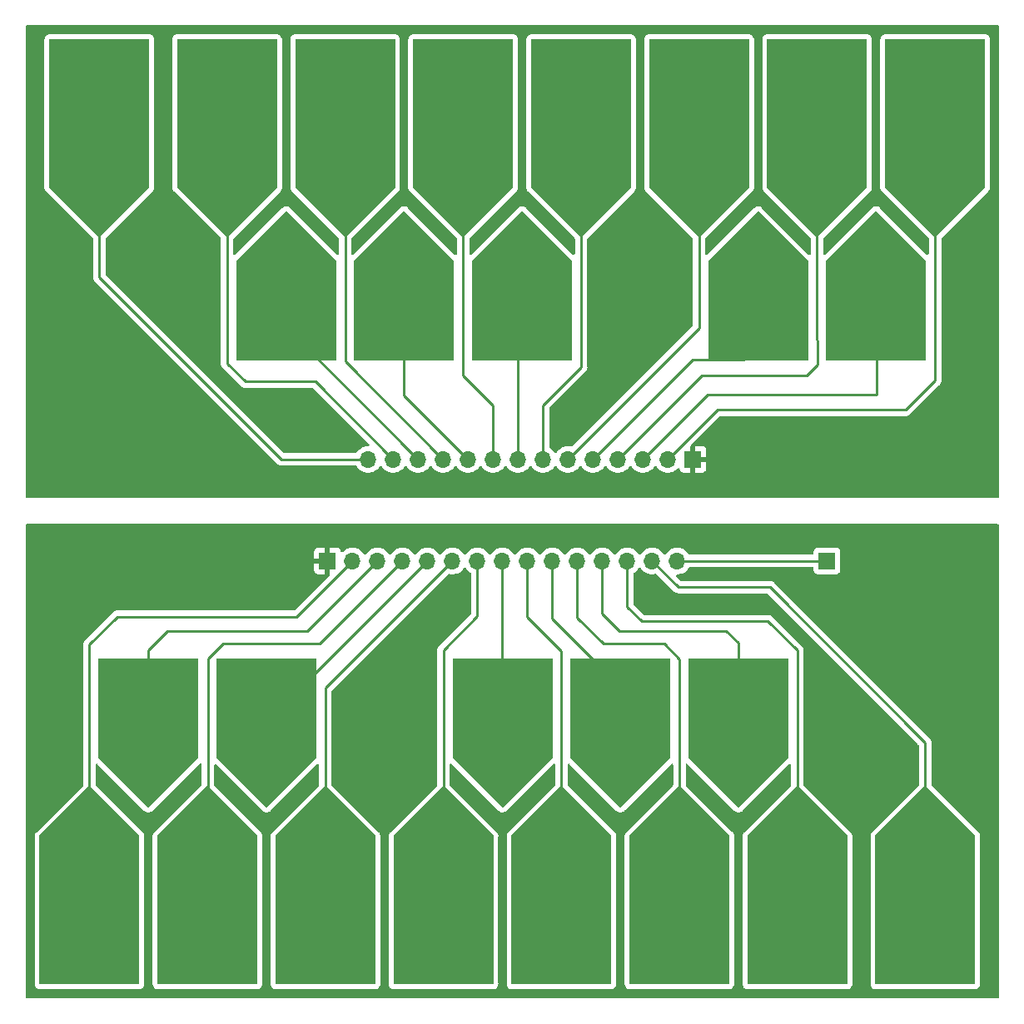
<source format=gbr>
%TF.GenerationSoftware,KiCad,Pcbnew,(6.0.5)*%
%TF.CreationDate,2022-09-04T14:03:00+01:00*%
%TF.ProjectId,MPR121TouchKeyboard,4d505231-3231-4546-9f75-63684b657962,rev?*%
%TF.SameCoordinates,Original*%
%TF.FileFunction,Copper,L1,Top*%
%TF.FilePolarity,Positive*%
%FSLAX46Y46*%
G04 Gerber Fmt 4.6, Leading zero omitted, Abs format (unit mm)*
G04 Created by KiCad (PCBNEW (6.0.5)) date 2022-09-04 14:03:00*
%MOMM*%
%LPD*%
G01*
G04 APERTURE LIST*
G04 Aperture macros list*
%AMFreePoly0*
4,1,15,0.042427,10.042427,0.042428,10.042424,5.042427,5.042426,5.060000,5.000000,5.060000,-10.000000,5.042426,-10.042426,5.000000,-10.060000,-5.000000,-10.060000,-5.042426,-10.042426,-5.060000,-10.000000,-5.060000,5.000000,-5.042426,5.042426,-0.042426,10.042427,0.000000,10.060000,0.042427,10.042427,0.042427,10.042427,$1*%
%AMFreePoly1*
4,1,15,0.042427,10.042427,0.042428,10.042424,5.042427,5.042426,5.060000,5.000000,5.060000,-5.000000,5.042426,-5.042426,5.000000,-5.060000,-5.000000,-5.060000,-5.042426,-5.042426,-5.060000,-5.000000,-5.060000,5.000000,-5.042426,5.042426,-0.042426,10.042427,0.000000,10.060000,0.042427,10.042427,0.042427,10.042427,$1*%
G04 Aperture macros list end*
%TA.AperFunction,SMDPad,CuDef*%
%ADD10FreePoly0,0.000000*%
%TD*%
%TA.AperFunction,SMDPad,CuDef*%
%ADD11FreePoly1,0.000000*%
%TD*%
%TA.AperFunction,SMDPad,CuDef*%
%ADD12FreePoly1,180.000000*%
%TD*%
%TA.AperFunction,SMDPad,CuDef*%
%ADD13FreePoly0,180.000000*%
%TD*%
%TA.AperFunction,ComponentPad*%
%ADD14R,1.700000X1.700000*%
%TD*%
%TA.AperFunction,ComponentPad*%
%ADD15O,1.700000X1.700000*%
%TD*%
%TA.AperFunction,Conductor*%
%ADD16C,0.250000*%
%TD*%
G04 APERTURE END LIST*
D10*
%TO.P,J10,1,Pin_1*%
%TO.N,Net-(J10-Pad1)*%
X160000000Y-100000000D03*
%TD*%
%TO.P,J5,1,Pin_1*%
%TO.N,Net-(J15-Pad6)*%
X124000000Y-100000000D03*
%TD*%
%TO.P,J12,1,Pin_1*%
%TO.N,Net-(J12-Pad1)*%
X172000000Y-100000000D03*
%TD*%
D11*
%TO.P,J26,1,Pin_1*%
%TO.N,Net-(J26-Pad1)*%
X120000000Y-41500000D03*
%TD*%
D12*
%TO.P,J7,1,Pin_1*%
%TO.N,Net-(J15-Pad8)*%
X142000000Y-82000000D03*
%TD*%
D13*
%TO.P,J28,1,Pin_1*%
%TO.N,Net-(J28-Pad1)*%
X101000000Y-24000000D03*
%TD*%
D10*
%TO.P,J13,1,Pin_1*%
%TO.N,Net-(J13-Pad1)*%
X185000000Y-100000000D03*
%TD*%
D13*
%TO.P,J23,1,Pin_1*%
%TO.N,Net-(J23-Pad1)*%
X138000000Y-24000000D03*
%TD*%
D12*
%TO.P,J4,1,Pin_1*%
%TO.N,Net-(J15-Pad5)*%
X118000000Y-82000000D03*
%TD*%
D11*
%TO.P,J24,1,Pin_1*%
%TO.N,Net-(J24-Pad1)*%
X132000000Y-41500000D03*
%TD*%
D10*
%TO.P,J3,1,Pin_1*%
%TO.N,Net-(J15-Pad4)*%
X112000000Y-100000000D03*
%TD*%
%TO.P,J6,1,Pin_1*%
%TO.N,Net-(J15-Pad7)*%
X136000000Y-100000000D03*
%TD*%
%TO.P,J8,1,Pin_1*%
%TO.N,Net-(J15-Pad9)*%
X148000000Y-100000000D03*
%TD*%
%TO.P,J1,1,Pin_1*%
%TO.N,Net-(J1-Pad1)*%
X100000000Y-100000000D03*
%TD*%
D12*
%TO.P,J11,1,Pin_1*%
%TO.N,Net-(J11-Pad1)*%
X166000000Y-82000000D03*
%TD*%
D14*
%TO.P,J15,1,Pin_1*%
%TO.N,GND*%
X124200000Y-67000000D03*
D15*
%TO.P,J15,2,Pin_2*%
%TO.N,Net-(J1-Pad1)*%
X126740000Y-67000000D03*
%TO.P,J15,3,Pin_3*%
%TO.N,Net-(J15-Pad3)*%
X129280000Y-67000000D03*
%TO.P,J15,4,Pin_4*%
%TO.N,Net-(J15-Pad4)*%
X131820000Y-67000000D03*
%TO.P,J15,5,Pin_5*%
%TO.N,Net-(J15-Pad5)*%
X134360000Y-67000000D03*
%TO.P,J15,6,Pin_6*%
%TO.N,Net-(J15-Pad6)*%
X136900000Y-67000000D03*
%TO.P,J15,7,Pin_7*%
%TO.N,Net-(J15-Pad7)*%
X139440000Y-67000000D03*
%TO.P,J15,8,Pin_8*%
%TO.N,Net-(J15-Pad8)*%
X141980000Y-67000000D03*
%TO.P,J15,9,Pin_9*%
%TO.N,Net-(J15-Pad9)*%
X144520000Y-67000000D03*
%TO.P,J15,10,Pin_10*%
%TO.N,Net-(J15-Pad10)*%
X147060000Y-67000000D03*
%TO.P,J15,11,Pin_11*%
%TO.N,Net-(J10-Pad1)*%
X149600000Y-67000000D03*
%TO.P,J15,12,Pin_12*%
%TO.N,Net-(J11-Pad1)*%
X152140000Y-67000000D03*
%TO.P,J15,13,Pin_13*%
%TO.N,Net-(J12-Pad1)*%
X154680000Y-67000000D03*
%TO.P,J15,14,Pin_14*%
%TO.N,Net-(J13-Pad1)*%
X157220000Y-67000000D03*
%TO.P,J15,15,Pin_15*%
%TO.N,Net-(J14-Pad1)*%
X159760000Y-67000000D03*
%TD*%
D11*
%TO.P,J17,1,Pin_1*%
%TO.N,Net-(J17-Pad1)*%
X180000000Y-41500000D03*
%TD*%
D13*
%TO.P,J16,1,Pin_1*%
%TO.N,Net-(J16-Pad1)*%
X186000000Y-24000000D03*
%TD*%
%TO.P,J25,1,Pin_1*%
%TO.N,Net-(J25-Pad1)*%
X126000000Y-24000000D03*
%TD*%
%TO.P,J21,1,Pin_1*%
%TO.N,Net-(J21-Pad1)*%
X150000000Y-24000000D03*
%TD*%
%TO.P,J27,1,Pin_1*%
%TO.N,Net-(J27-Pad1)*%
X114000000Y-24000000D03*
%TD*%
D14*
%TO.P,J14,1,Pin_1*%
%TO.N,Net-(J14-Pad1)*%
X175000000Y-67000000D03*
%TD*%
D11*
%TO.P,J19,1,Pin_1*%
%TO.N,Net-(J19-Pad1)*%
X168000000Y-41500000D03*
%TD*%
D13*
%TO.P,J20,1,Pin_1*%
%TO.N,Net-(J20-Pad1)*%
X162000000Y-24000000D03*
%TD*%
D12*
%TO.P,J9,1,Pin_1*%
%TO.N,Net-(J15-Pad10)*%
X154000000Y-82000000D03*
%TD*%
%TO.P,J2,1,Pin_1*%
%TO.N,Net-(J15-Pad3)*%
X106000000Y-82000000D03*
%TD*%
D13*
%TO.P,J18,1,Pin_1*%
%TO.N,Net-(J18-Pad1)*%
X174000000Y-24000000D03*
%TD*%
D11*
%TO.P,J22,1,Pin_1*%
%TO.N,Net-(J22-Pad1)*%
X144000000Y-41500000D03*
%TD*%
D14*
%TO.P,J29,1,Pin_1*%
%TO.N,GND*%
X161370000Y-56660000D03*
D15*
%TO.P,J29,2,Pin_2*%
%TO.N,Net-(J16-Pad1)*%
X158830000Y-56660000D03*
%TO.P,J29,3,Pin_3*%
%TO.N,Net-(J17-Pad1)*%
X156290000Y-56660000D03*
%TO.P,J29,4,Pin_4*%
%TO.N,Net-(J18-Pad1)*%
X153750000Y-56660000D03*
%TO.P,J29,5,Pin_5*%
%TO.N,Net-(J19-Pad1)*%
X151210000Y-56660000D03*
%TO.P,J29,6,Pin_6*%
%TO.N,Net-(J20-Pad1)*%
X148670000Y-56660000D03*
%TO.P,J29,7,Pin_7*%
%TO.N,Net-(J21-Pad1)*%
X146130000Y-56660000D03*
%TO.P,J29,8,Pin_8*%
%TO.N,Net-(J22-Pad1)*%
X143590000Y-56660000D03*
%TO.P,J29,9,Pin_9*%
%TO.N,Net-(J23-Pad1)*%
X141050000Y-56660000D03*
%TO.P,J29,10,Pin_10*%
%TO.N,Net-(J24-Pad1)*%
X138510000Y-56660000D03*
%TO.P,J29,11,Pin_11*%
%TO.N,Net-(J25-Pad1)*%
X135970000Y-56660000D03*
%TO.P,J29,12,Pin_12*%
%TO.N,Net-(J26-Pad1)*%
X133430000Y-56660000D03*
%TO.P,J29,13,Pin_13*%
%TO.N,Net-(J27-Pad1)*%
X130890000Y-56660000D03*
%TO.P,J29,14,Pin_14*%
%TO.N,Net-(J28-Pad1)*%
X128350000Y-56660000D03*
%TD*%
D16*
%TO.N,Net-(J1-Pad1)*%
X126740000Y-67000000D02*
X121070000Y-72670000D01*
X121070000Y-72670000D02*
X102850000Y-72670000D01*
X100000000Y-75520000D02*
X100000000Y-100000000D01*
X102850000Y-72670000D02*
X100000000Y-75520000D01*
%TO.N,Net-(J15-Pad3)*%
X106000000Y-76050000D02*
X106000000Y-82000000D01*
X129280000Y-67000000D02*
X122150000Y-74130000D01*
X122150000Y-74130000D02*
X107920000Y-74130000D01*
X107920000Y-74130000D02*
X106000000Y-76050000D01*
%TO.N,Net-(J15-Pad4)*%
X131820000Y-67000000D02*
X123430000Y-75390000D01*
X112050000Y-99950000D02*
X112000000Y-100000000D01*
X113580000Y-75390000D02*
X112050000Y-76920000D01*
X123430000Y-75390000D02*
X113580000Y-75390000D01*
X112050000Y-76920000D02*
X112050000Y-99950000D01*
%TO.N,Net-(J15-Pad5)*%
X118000000Y-79850000D02*
X121510000Y-79850000D01*
X118000000Y-82000000D02*
X118000000Y-79850000D01*
X121510000Y-79850000D02*
X134360000Y-67000000D01*
%TO.N,Net-(J15-Pad6)*%
X124000000Y-79900000D02*
X136900000Y-67000000D01*
X124000000Y-100000000D02*
X124000000Y-79900000D01*
%TO.N,Net-(J15-Pad7)*%
X139440000Y-72650000D02*
X136000000Y-76090000D01*
X139440000Y-67000000D02*
X139440000Y-72650000D01*
X136000000Y-76090000D02*
X136000000Y-100000000D01*
%TO.N,Net-(J15-Pad8)*%
X141980000Y-81980000D02*
X142000000Y-82000000D01*
X141980000Y-67000000D02*
X141980000Y-81980000D01*
%TO.N,Net-(J11-Pad1)*%
X153890000Y-74110000D02*
X164770000Y-74110000D01*
X152140000Y-67000000D02*
X152140000Y-72360000D01*
X164770000Y-74110000D02*
X166000000Y-75340000D01*
X152140000Y-72360000D02*
X153890000Y-74110000D01*
X166000000Y-75340000D02*
X166000000Y-82000000D01*
%TO.N,Net-(J12-Pad1)*%
X154680000Y-67000000D02*
X154680000Y-71660000D01*
X169000000Y-73120000D02*
X172000000Y-76120000D01*
X154680000Y-71660000D02*
X156140000Y-73120000D01*
X172000000Y-76120000D02*
X172000000Y-100000000D01*
X156140000Y-73120000D02*
X169000000Y-73120000D01*
%TO.N,Net-(J13-Pad1)*%
X157220000Y-67000000D02*
X159870000Y-69650000D01*
X185000000Y-85470000D02*
X185000000Y-100000000D01*
X159870000Y-69650000D02*
X169180000Y-69650000D01*
X169180000Y-69650000D02*
X185000000Y-85470000D01*
%TO.N,Net-(J14-Pad1)*%
X159760000Y-67000000D02*
X175000000Y-67000000D01*
%TO.N,Net-(J15-Pad9)*%
X144520000Y-67000000D02*
X144520000Y-72720000D01*
X148000000Y-76200000D02*
X148000000Y-100000000D01*
X144520000Y-72720000D02*
X148000000Y-76200000D01*
%TO.N,Net-(J15-Pad10)*%
X154000000Y-79780000D02*
X154000000Y-82000000D01*
X147060000Y-72840000D02*
X154000000Y-79780000D01*
X147060000Y-67000000D02*
X147060000Y-72840000D01*
%TO.N,Net-(J10-Pad1)*%
X152270000Y-75410000D02*
X158430000Y-75410000D01*
X149600000Y-67000000D02*
X149600000Y-72740000D01*
X149600000Y-72740000D02*
X152270000Y-75410000D01*
X160000000Y-76980000D02*
X160000000Y-100000000D01*
X158430000Y-75410000D02*
X160000000Y-76980000D01*
%TO.N,Net-(J16-Pad1)*%
X183010000Y-51640000D02*
X186000000Y-48650000D01*
X186000000Y-48650000D02*
X186000000Y-24000000D01*
X158830000Y-56660000D02*
X163850000Y-51640000D01*
X163850000Y-51640000D02*
X183010000Y-51640000D01*
%TO.N,Net-(J17-Pad1)*%
X180060000Y-40590000D02*
X180060000Y-50080000D01*
X180060000Y-50080000D02*
X162870000Y-50080000D01*
X162870000Y-50080000D02*
X156290000Y-56660000D01*
%TO.N,Net-(J18-Pad1)*%
X174010000Y-47070000D02*
X174010000Y-44553793D01*
X174000000Y-44543793D02*
X174000000Y-24000000D01*
X174010000Y-44553793D02*
X174000000Y-44543793D01*
X162255000Y-48155000D02*
X172925000Y-48155000D01*
X153750000Y-56660000D02*
X162255000Y-48155000D01*
X172925000Y-48155000D02*
X174010000Y-47070000D01*
%TO.N,Net-(J19-Pad1)*%
X168000000Y-44970000D02*
X168000000Y-40000000D01*
X161370000Y-46500000D02*
X166470000Y-46500000D01*
X166470000Y-46500000D02*
X168000000Y-44970000D01*
X151210000Y-56660000D02*
X161370000Y-46500000D01*
%TO.N,Net-(J20-Pad1)*%
X162000000Y-24000000D02*
X162000000Y-43330000D01*
X162000000Y-43330000D02*
X148670000Y-56660000D01*
%TO.N,Net-(J21-Pad1)*%
X146130000Y-51170000D02*
X146130000Y-56660000D01*
X150000000Y-47300000D02*
X146130000Y-51170000D01*
X150000000Y-24000000D02*
X150000000Y-47300000D01*
%TO.N,Net-(J22-Pad1)*%
X143590000Y-40410000D02*
X143590000Y-56660000D01*
%TO.N,Net-(J24-Pad1)*%
X132000000Y-41500000D02*
X132000000Y-50150000D01*
X132000000Y-50150000D02*
X138510000Y-56660000D01*
%TO.N,Net-(J25-Pad1)*%
X126000000Y-46690000D02*
X135970000Y-56660000D01*
X126000000Y-24000000D02*
X126000000Y-46690000D01*
%TO.N,Net-(J26-Pad1)*%
X120000000Y-43230000D02*
X133430000Y-56660000D01*
X120000000Y-40000000D02*
X120000000Y-43230000D01*
%TO.N,Net-(J27-Pad1)*%
X114000000Y-46930000D02*
X115840000Y-48770000D01*
X115840000Y-48770000D02*
X123000000Y-48770000D01*
X123000000Y-48770000D02*
X130890000Y-56660000D01*
X114000000Y-24000000D02*
X114000000Y-46930000D01*
%TO.N,Net-(J28-Pad1)*%
X101000000Y-24000000D02*
X101000000Y-38140000D01*
X119520000Y-56660000D02*
X128350000Y-56660000D01*
X101000000Y-38140000D02*
X119520000Y-56660000D01*
%TO.N,Net-(J23-Pad1)*%
X138000000Y-24000000D02*
X138000000Y-48130000D01*
X138000000Y-48130000D02*
X141050000Y-51180000D01*
X141050000Y-51180000D02*
X141050000Y-56660000D01*
%TD*%
%TA.AperFunction,Conductor*%
%TO.N,GND*%
G36*
X192433621Y-63270002D02*
G01*
X192480114Y-63323658D01*
X192491500Y-63376000D01*
X192491500Y-111365500D01*
X192471498Y-111433621D01*
X192417842Y-111480114D01*
X192365500Y-111491500D01*
X93634500Y-111491500D01*
X93566379Y-111471498D01*
X93519886Y-111417842D01*
X93508500Y-111365500D01*
X93508500Y-110054913D01*
X94424270Y-110054913D01*
X94460432Y-110196594D01*
X94465376Y-110208530D01*
X94465379Y-110208538D01*
X94479457Y-110242524D01*
X94532088Y-110338909D01*
X94631725Y-110445930D01*
X94757478Y-110520544D01*
X94803400Y-110539566D01*
X94806641Y-110540518D01*
X94806642Y-110540518D01*
X94901225Y-110568291D01*
X94901229Y-110568292D01*
X94908784Y-110570510D01*
X95054913Y-110575730D01*
X95061283Y-110574104D01*
X95068281Y-110573729D01*
X104988064Y-110573729D01*
X104988064Y-110574217D01*
X104993490Y-110573536D01*
X105045915Y-110575408D01*
X105045919Y-110575408D01*
X105054920Y-110575729D01*
X105063647Y-110573501D01*
X105063651Y-110573501D01*
X105192245Y-110540678D01*
X105192250Y-110540676D01*
X105196600Y-110539566D01*
X105242522Y-110520544D01*
X105338908Y-110467914D01*
X105445928Y-110368276D01*
X105520543Y-110242524D01*
X105534621Y-110208538D01*
X105534624Y-110208530D01*
X105539568Y-110196594D01*
X105540516Y-110193366D01*
X105540519Y-110193357D01*
X105568290Y-110098775D01*
X105570510Y-110091216D01*
X105575730Y-109945087D01*
X105574104Y-109938717D01*
X105573729Y-109931719D01*
X105573729Y-95011936D01*
X105574218Y-95011936D01*
X105573536Y-95006508D01*
X105575408Y-94954096D01*
X105575730Y-94945091D01*
X105539570Y-94803410D01*
X105525493Y-94769424D01*
X105525623Y-94769370D01*
X105525616Y-94769351D01*
X105525485Y-94769405D01*
X105520541Y-94757470D01*
X105515962Y-94749085D01*
X105512888Y-94743079D01*
X105501756Y-94719810D01*
X105498045Y-94714853D01*
X105494842Y-94709562D01*
X105494959Y-94709491D01*
X105490864Y-94703121D01*
X105471693Y-94668013D01*
X105467917Y-94661098D01*
X105416629Y-94606007D01*
X105416243Y-94605578D01*
X105414128Y-94602753D01*
X105414127Y-94602752D01*
X105413905Y-94602974D01*
X105413637Y-94602676D01*
X105411200Y-94599864D01*
X105410151Y-94599049D01*
X105374421Y-94560671D01*
X105368281Y-94554076D01*
X105362627Y-94550721D01*
X105357405Y-94546030D01*
X100670405Y-89859031D01*
X100636379Y-89796719D01*
X100633500Y-89769936D01*
X100633500Y-87749065D01*
X100653502Y-87680944D01*
X100707158Y-87634451D01*
X100777432Y-87624347D01*
X100842012Y-87653841D01*
X100848595Y-87659970D01*
X105585873Y-92397247D01*
X105585527Y-92397593D01*
X105589845Y-92400947D01*
X105631725Y-92445930D01*
X105757478Y-92520544D01*
X105803400Y-92539566D01*
X105908780Y-92570509D01*
X106054909Y-92575730D01*
X106196590Y-92539570D01*
X106230576Y-92525493D01*
X106230630Y-92525623D01*
X106230649Y-92525616D01*
X106230595Y-92525485D01*
X106242530Y-92520541D01*
X106250915Y-92515962D01*
X106256921Y-92512888D01*
X106280190Y-92501756D01*
X106285147Y-92498045D01*
X106290438Y-92494842D01*
X106290509Y-92494959D01*
X106296879Y-92490864D01*
X106331987Y-92471693D01*
X106338902Y-92467917D01*
X106393993Y-92416629D01*
X106394422Y-92416243D01*
X106397247Y-92414128D01*
X106397248Y-92414127D01*
X106397026Y-92413905D01*
X106397324Y-92413637D01*
X106400136Y-92411200D01*
X106400951Y-92410151D01*
X106439329Y-92374421D01*
X106445924Y-92368281D01*
X106449279Y-92362627D01*
X106453970Y-92357405D01*
X106547039Y-92264336D01*
X111201405Y-87609969D01*
X111263717Y-87575943D01*
X111334532Y-87581008D01*
X111391368Y-87623555D01*
X111416179Y-87690075D01*
X111416500Y-87699064D01*
X111416500Y-89719935D01*
X111396498Y-89788056D01*
X111379595Y-89809030D01*
X106602753Y-94585873D01*
X106602407Y-94585527D01*
X106599054Y-94589844D01*
X106560660Y-94625590D01*
X106560658Y-94625593D01*
X106554066Y-94631730D01*
X106549469Y-94639477D01*
X106549468Y-94639479D01*
X106498496Y-94725390D01*
X106479454Y-94757484D01*
X106474513Y-94769412D01*
X106460435Y-94803398D01*
X106448609Y-94843671D01*
X106431709Y-94901225D01*
X106431708Y-94901229D01*
X106429490Y-94908784D01*
X106424270Y-95054913D01*
X106425896Y-95061283D01*
X106426271Y-95068281D01*
X106426271Y-109988064D01*
X106425782Y-109988064D01*
X106426464Y-109993492D01*
X106424270Y-110054913D01*
X106460432Y-110196594D01*
X106465376Y-110208530D01*
X106465379Y-110208538D01*
X106479457Y-110242524D01*
X106532088Y-110338909D01*
X106631725Y-110445930D01*
X106757478Y-110520544D01*
X106803400Y-110539566D01*
X106806641Y-110540518D01*
X106806642Y-110540518D01*
X106901225Y-110568291D01*
X106901229Y-110568292D01*
X106908784Y-110570510D01*
X107054913Y-110575730D01*
X107061283Y-110574104D01*
X107068281Y-110573729D01*
X116988064Y-110573729D01*
X116988064Y-110574217D01*
X116993490Y-110573536D01*
X117045915Y-110575408D01*
X117045919Y-110575408D01*
X117054920Y-110575729D01*
X117063647Y-110573501D01*
X117063651Y-110573501D01*
X117192245Y-110540678D01*
X117192250Y-110540676D01*
X117196600Y-110539566D01*
X117242522Y-110520544D01*
X117338908Y-110467914D01*
X117445928Y-110368276D01*
X117520543Y-110242524D01*
X117534621Y-110208538D01*
X117534624Y-110208530D01*
X117539568Y-110196594D01*
X117540516Y-110193366D01*
X117540519Y-110193357D01*
X117568290Y-110098775D01*
X117570510Y-110091216D01*
X117575730Y-109945087D01*
X117574104Y-109938717D01*
X117573729Y-109931719D01*
X117573729Y-95011936D01*
X117574218Y-95011936D01*
X117573536Y-95006508D01*
X117575408Y-94954096D01*
X117575730Y-94945091D01*
X117539570Y-94803410D01*
X117525493Y-94769424D01*
X117525623Y-94769370D01*
X117525616Y-94769351D01*
X117525485Y-94769405D01*
X117520541Y-94757470D01*
X117515962Y-94749085D01*
X117512888Y-94743079D01*
X117501756Y-94719810D01*
X117498045Y-94714853D01*
X117494842Y-94709562D01*
X117494959Y-94709491D01*
X117490864Y-94703121D01*
X117471693Y-94668013D01*
X117467917Y-94661098D01*
X117416629Y-94606007D01*
X117416243Y-94605578D01*
X117414128Y-94602753D01*
X117414127Y-94602752D01*
X117413905Y-94602974D01*
X117413637Y-94602676D01*
X117411200Y-94599864D01*
X117410151Y-94599049D01*
X117374421Y-94560671D01*
X117368281Y-94554076D01*
X117362627Y-94550721D01*
X117357405Y-94546030D01*
X112720405Y-89909031D01*
X112686379Y-89846719D01*
X112683500Y-89819936D01*
X112683500Y-87799065D01*
X112703502Y-87730944D01*
X112757158Y-87684451D01*
X112827432Y-87674347D01*
X112892012Y-87703841D01*
X112898595Y-87709970D01*
X117585873Y-92397247D01*
X117585527Y-92397593D01*
X117589845Y-92400947D01*
X117631725Y-92445930D01*
X117757478Y-92520544D01*
X117803400Y-92539566D01*
X117908780Y-92570509D01*
X118054909Y-92575730D01*
X118196590Y-92539570D01*
X118230576Y-92525493D01*
X118230630Y-92525623D01*
X118230649Y-92525616D01*
X118230595Y-92525485D01*
X118242530Y-92520541D01*
X118250915Y-92515962D01*
X118256921Y-92512888D01*
X118280190Y-92501756D01*
X118285147Y-92498045D01*
X118290438Y-92494842D01*
X118290509Y-92494959D01*
X118296879Y-92490864D01*
X118331987Y-92471693D01*
X118338902Y-92467917D01*
X118393993Y-92416629D01*
X118394422Y-92416243D01*
X118397247Y-92414128D01*
X118397248Y-92414127D01*
X118397026Y-92413905D01*
X118397324Y-92413637D01*
X118400136Y-92411200D01*
X118400951Y-92410151D01*
X118439329Y-92374421D01*
X118445924Y-92368281D01*
X118449279Y-92362627D01*
X118453970Y-92357405D01*
X118537961Y-92273414D01*
X123151405Y-87659969D01*
X123213717Y-87625943D01*
X123284532Y-87631008D01*
X123341368Y-87673555D01*
X123366179Y-87740075D01*
X123366500Y-87749064D01*
X123366500Y-89769935D01*
X123346498Y-89838056D01*
X123329595Y-89859030D01*
X118602753Y-94585873D01*
X118602407Y-94585527D01*
X118599054Y-94589844D01*
X118560660Y-94625590D01*
X118560658Y-94625593D01*
X118554066Y-94631730D01*
X118549469Y-94639477D01*
X118549468Y-94639479D01*
X118498496Y-94725390D01*
X118479454Y-94757484D01*
X118474513Y-94769412D01*
X118460435Y-94803398D01*
X118448609Y-94843671D01*
X118431709Y-94901225D01*
X118431708Y-94901229D01*
X118429490Y-94908784D01*
X118424270Y-95054913D01*
X118425896Y-95061283D01*
X118426271Y-95068281D01*
X118426271Y-109988064D01*
X118425782Y-109988064D01*
X118426464Y-109993492D01*
X118424270Y-110054913D01*
X118460432Y-110196594D01*
X118465376Y-110208530D01*
X118465379Y-110208538D01*
X118479457Y-110242524D01*
X118532088Y-110338909D01*
X118631725Y-110445930D01*
X118757478Y-110520544D01*
X118803400Y-110539566D01*
X118806641Y-110540518D01*
X118806642Y-110540518D01*
X118901225Y-110568291D01*
X118901229Y-110568292D01*
X118908784Y-110570510D01*
X119054913Y-110575730D01*
X119061283Y-110574104D01*
X119068281Y-110573729D01*
X128988064Y-110573729D01*
X128988064Y-110574217D01*
X128993490Y-110573536D01*
X129045915Y-110575408D01*
X129045919Y-110575408D01*
X129054920Y-110575729D01*
X129063647Y-110573501D01*
X129063651Y-110573501D01*
X129192245Y-110540678D01*
X129192250Y-110540676D01*
X129196600Y-110539566D01*
X129242522Y-110520544D01*
X129338908Y-110467914D01*
X129445928Y-110368276D01*
X129520543Y-110242524D01*
X129534621Y-110208538D01*
X129534624Y-110208530D01*
X129539568Y-110196594D01*
X129540516Y-110193366D01*
X129540519Y-110193357D01*
X129568290Y-110098775D01*
X129570510Y-110091216D01*
X129575730Y-109945087D01*
X129574104Y-109938717D01*
X129573729Y-109931719D01*
X129573729Y-95011936D01*
X129574218Y-95011936D01*
X129573536Y-95006508D01*
X129575408Y-94954096D01*
X129575730Y-94945091D01*
X129539570Y-94803410D01*
X129525493Y-94769424D01*
X129525623Y-94769370D01*
X129525616Y-94769351D01*
X129525485Y-94769405D01*
X129520541Y-94757470D01*
X129515962Y-94749085D01*
X129512888Y-94743079D01*
X129501756Y-94719810D01*
X129498045Y-94714853D01*
X129494842Y-94709562D01*
X129494959Y-94709491D01*
X129490864Y-94703121D01*
X129471693Y-94668013D01*
X129467917Y-94661098D01*
X129416629Y-94606007D01*
X129416243Y-94605578D01*
X129414128Y-94602753D01*
X129414127Y-94602752D01*
X129413905Y-94602974D01*
X129413637Y-94602676D01*
X129411200Y-94599864D01*
X129410151Y-94599049D01*
X129374421Y-94560671D01*
X129368281Y-94554076D01*
X129362627Y-94550721D01*
X129357405Y-94546030D01*
X124670405Y-89859031D01*
X124636379Y-89796719D01*
X124633500Y-89769936D01*
X124633500Y-80214594D01*
X124653502Y-80146473D01*
X124670405Y-80125499D01*
X136444550Y-68351355D01*
X136506862Y-68317329D01*
X136558762Y-68316979D01*
X136738597Y-68353567D01*
X136743772Y-68353757D01*
X136743774Y-68353757D01*
X136956673Y-68361564D01*
X136956677Y-68361564D01*
X136961837Y-68361753D01*
X136966957Y-68361097D01*
X136966959Y-68361097D01*
X137178288Y-68334025D01*
X137178289Y-68334025D01*
X137183416Y-68333368D01*
X137222434Y-68321662D01*
X137392429Y-68270661D01*
X137392434Y-68270659D01*
X137397384Y-68269174D01*
X137597994Y-68170896D01*
X137779860Y-68041173D01*
X137938096Y-67883489D01*
X138068453Y-67702077D01*
X138069776Y-67703028D01*
X138116645Y-67659857D01*
X138186580Y-67647625D01*
X138252026Y-67675144D01*
X138279875Y-67706994D01*
X138295852Y-67733066D01*
X138339987Y-67805088D01*
X138486250Y-67973938D01*
X138658126Y-68116632D01*
X138662593Y-68119242D01*
X138744070Y-68166853D01*
X138792794Y-68218491D01*
X138806500Y-68275641D01*
X138806500Y-72335406D01*
X138786498Y-72403527D01*
X138769595Y-72424501D01*
X135607747Y-75586348D01*
X135599461Y-75593888D01*
X135592982Y-75598000D01*
X135587557Y-75603777D01*
X135546357Y-75647651D01*
X135543602Y-75650493D01*
X135523865Y-75670230D01*
X135521385Y-75673427D01*
X135513682Y-75682447D01*
X135483414Y-75714679D01*
X135479595Y-75721625D01*
X135479593Y-75721628D01*
X135473652Y-75732434D01*
X135462801Y-75748953D01*
X135450386Y-75764959D01*
X135447241Y-75772228D01*
X135447238Y-75772232D01*
X135432826Y-75805537D01*
X135427609Y-75816187D01*
X135406305Y-75854940D01*
X135404334Y-75862615D01*
X135404334Y-75862616D01*
X135401267Y-75874562D01*
X135394863Y-75893266D01*
X135392564Y-75898580D01*
X135386819Y-75911855D01*
X135385580Y-75919678D01*
X135385577Y-75919688D01*
X135379901Y-75955524D01*
X135377495Y-75967144D01*
X135371570Y-75990224D01*
X135366500Y-76009970D01*
X135366500Y-76030224D01*
X135364949Y-76049934D01*
X135361780Y-76069943D01*
X135362526Y-76077835D01*
X135365941Y-76113961D01*
X135366500Y-76125819D01*
X135366500Y-89769935D01*
X135346498Y-89838056D01*
X135329595Y-89859030D01*
X130602753Y-94585873D01*
X130602407Y-94585527D01*
X130599054Y-94589844D01*
X130560660Y-94625590D01*
X130560658Y-94625593D01*
X130554066Y-94631730D01*
X130549469Y-94639477D01*
X130549468Y-94639479D01*
X130498496Y-94725390D01*
X130479454Y-94757484D01*
X130474513Y-94769412D01*
X130460435Y-94803398D01*
X130448609Y-94843671D01*
X130431709Y-94901225D01*
X130431708Y-94901229D01*
X130429490Y-94908784D01*
X130424270Y-95054913D01*
X130425896Y-95061283D01*
X130426271Y-95068281D01*
X130426271Y-109988064D01*
X130425782Y-109988064D01*
X130426464Y-109993492D01*
X130424270Y-110054913D01*
X130460432Y-110196594D01*
X130465376Y-110208530D01*
X130465379Y-110208538D01*
X130479457Y-110242524D01*
X130532088Y-110338909D01*
X130631725Y-110445930D01*
X130757478Y-110520544D01*
X130803400Y-110539566D01*
X130806641Y-110540518D01*
X130806642Y-110540518D01*
X130901225Y-110568291D01*
X130901229Y-110568292D01*
X130908784Y-110570510D01*
X131054913Y-110575730D01*
X131061283Y-110574104D01*
X131068281Y-110573729D01*
X140988064Y-110573729D01*
X140988064Y-110574217D01*
X140993490Y-110573536D01*
X141045915Y-110575408D01*
X141045919Y-110575408D01*
X141054920Y-110575729D01*
X141063647Y-110573501D01*
X141063651Y-110573501D01*
X141192245Y-110540678D01*
X141192250Y-110540676D01*
X141196600Y-110539566D01*
X141242522Y-110520544D01*
X141338908Y-110467914D01*
X141445928Y-110368276D01*
X141520543Y-110242524D01*
X141534621Y-110208538D01*
X141534624Y-110208530D01*
X141539568Y-110196594D01*
X141540516Y-110193366D01*
X141540519Y-110193357D01*
X141568290Y-110098775D01*
X141570510Y-110091216D01*
X141575730Y-109945087D01*
X141574104Y-109938717D01*
X141573729Y-109931719D01*
X141573729Y-95011936D01*
X141574218Y-95011936D01*
X141573536Y-95006508D01*
X141575408Y-94954096D01*
X141575730Y-94945091D01*
X141539570Y-94803410D01*
X141525493Y-94769424D01*
X141525623Y-94769370D01*
X141525616Y-94769351D01*
X141525485Y-94769405D01*
X141520541Y-94757470D01*
X141515962Y-94749085D01*
X141512888Y-94743079D01*
X141501756Y-94719810D01*
X141498045Y-94714853D01*
X141494842Y-94709562D01*
X141494959Y-94709491D01*
X141490864Y-94703121D01*
X141471693Y-94668013D01*
X141467917Y-94661098D01*
X141416629Y-94606007D01*
X141416243Y-94605578D01*
X141414128Y-94602753D01*
X141414127Y-94602752D01*
X141413905Y-94602974D01*
X141413637Y-94602676D01*
X141411200Y-94599864D01*
X141410151Y-94599049D01*
X141374421Y-94560671D01*
X141368281Y-94554076D01*
X141362627Y-94550721D01*
X141357405Y-94546030D01*
X136670405Y-89859031D01*
X136636379Y-89796719D01*
X136633500Y-89769936D01*
X136633500Y-87749065D01*
X136653502Y-87680944D01*
X136707158Y-87634451D01*
X136777432Y-87624347D01*
X136842012Y-87653841D01*
X136848595Y-87659970D01*
X141585873Y-92397247D01*
X141585527Y-92397593D01*
X141589845Y-92400947D01*
X141631725Y-92445930D01*
X141757478Y-92520544D01*
X141803400Y-92539566D01*
X141908780Y-92570509D01*
X142054909Y-92575730D01*
X142196590Y-92539570D01*
X142230576Y-92525493D01*
X142230630Y-92525623D01*
X142230649Y-92525616D01*
X142230595Y-92525485D01*
X142242530Y-92520541D01*
X142250915Y-92515962D01*
X142256921Y-92512888D01*
X142280190Y-92501756D01*
X142285147Y-92498045D01*
X142290438Y-92494842D01*
X142290509Y-92494959D01*
X142296879Y-92490864D01*
X142331987Y-92471693D01*
X142338902Y-92467917D01*
X142393993Y-92416629D01*
X142394422Y-92416243D01*
X142397247Y-92414128D01*
X142397248Y-92414127D01*
X142397026Y-92413905D01*
X142397324Y-92413637D01*
X142400136Y-92411200D01*
X142400951Y-92410151D01*
X142439329Y-92374421D01*
X142445924Y-92368281D01*
X142449279Y-92362627D01*
X142453970Y-92357405D01*
X142537961Y-92273414D01*
X147151405Y-87659969D01*
X147213717Y-87625943D01*
X147284532Y-87631008D01*
X147341368Y-87673555D01*
X147366179Y-87740075D01*
X147366500Y-87749064D01*
X147366500Y-89769935D01*
X147346498Y-89838056D01*
X147329595Y-89859030D01*
X142602753Y-94585873D01*
X142602407Y-94585527D01*
X142599054Y-94589844D01*
X142560660Y-94625590D01*
X142560658Y-94625593D01*
X142554066Y-94631730D01*
X142549469Y-94639477D01*
X142549468Y-94639479D01*
X142498496Y-94725390D01*
X142479454Y-94757484D01*
X142474513Y-94769412D01*
X142460435Y-94803398D01*
X142448609Y-94843671D01*
X142431709Y-94901225D01*
X142431708Y-94901229D01*
X142429490Y-94908784D01*
X142424270Y-95054913D01*
X142425896Y-95061283D01*
X142426271Y-95068281D01*
X142426271Y-109988064D01*
X142425782Y-109988064D01*
X142426464Y-109993492D01*
X142424270Y-110054913D01*
X142460432Y-110196594D01*
X142465376Y-110208530D01*
X142465379Y-110208538D01*
X142479457Y-110242524D01*
X142532088Y-110338909D01*
X142631725Y-110445930D01*
X142757478Y-110520544D01*
X142803400Y-110539566D01*
X142806641Y-110540518D01*
X142806642Y-110540518D01*
X142901225Y-110568291D01*
X142901229Y-110568292D01*
X142908784Y-110570510D01*
X143054913Y-110575730D01*
X143061283Y-110574104D01*
X143068281Y-110573729D01*
X152988064Y-110573729D01*
X152988064Y-110574217D01*
X152993490Y-110573536D01*
X153045915Y-110575408D01*
X153045919Y-110575408D01*
X153054920Y-110575729D01*
X153063647Y-110573501D01*
X153063651Y-110573501D01*
X153192245Y-110540678D01*
X153192250Y-110540676D01*
X153196600Y-110539566D01*
X153242522Y-110520544D01*
X153338908Y-110467914D01*
X153445928Y-110368276D01*
X153520543Y-110242524D01*
X153534621Y-110208538D01*
X153534624Y-110208530D01*
X153539568Y-110196594D01*
X153540516Y-110193366D01*
X153540519Y-110193357D01*
X153568290Y-110098775D01*
X153570510Y-110091216D01*
X153575730Y-109945087D01*
X153574104Y-109938717D01*
X153573729Y-109931719D01*
X153573729Y-95011936D01*
X153574218Y-95011936D01*
X153573536Y-95006508D01*
X153575408Y-94954096D01*
X153575730Y-94945091D01*
X153539570Y-94803410D01*
X153525493Y-94769424D01*
X153525623Y-94769370D01*
X153525616Y-94769351D01*
X153525485Y-94769405D01*
X153520541Y-94757470D01*
X153515962Y-94749085D01*
X153512888Y-94743079D01*
X153501756Y-94719810D01*
X153498045Y-94714853D01*
X153494842Y-94709562D01*
X153494959Y-94709491D01*
X153490864Y-94703121D01*
X153471693Y-94668013D01*
X153467917Y-94661098D01*
X153416629Y-94606007D01*
X153416243Y-94605578D01*
X153414128Y-94602753D01*
X153414127Y-94602752D01*
X153413905Y-94602974D01*
X153413637Y-94602676D01*
X153411200Y-94599864D01*
X153410151Y-94599049D01*
X153374421Y-94560671D01*
X153368281Y-94554076D01*
X153362627Y-94550721D01*
X153357405Y-94546030D01*
X148670405Y-89859031D01*
X148636379Y-89796719D01*
X148633500Y-89769936D01*
X148633500Y-87749065D01*
X148653502Y-87680944D01*
X148707158Y-87634451D01*
X148777432Y-87624347D01*
X148842012Y-87653841D01*
X148848595Y-87659970D01*
X153585873Y-92397247D01*
X153585527Y-92397593D01*
X153589845Y-92400947D01*
X153631725Y-92445930D01*
X153757478Y-92520544D01*
X153803400Y-92539566D01*
X153908780Y-92570509D01*
X154054909Y-92575730D01*
X154196590Y-92539570D01*
X154230576Y-92525493D01*
X154230630Y-92525623D01*
X154230649Y-92525616D01*
X154230595Y-92525485D01*
X154242530Y-92520541D01*
X154250915Y-92515962D01*
X154256921Y-92512888D01*
X154280190Y-92501756D01*
X154285147Y-92498045D01*
X154290438Y-92494842D01*
X154290509Y-92494959D01*
X154296879Y-92490864D01*
X154331987Y-92471693D01*
X154338902Y-92467917D01*
X154393993Y-92416629D01*
X154394422Y-92416243D01*
X154397247Y-92414128D01*
X154397248Y-92414127D01*
X154397026Y-92413905D01*
X154397324Y-92413637D01*
X154400136Y-92411200D01*
X154400951Y-92410151D01*
X154439329Y-92374421D01*
X154445924Y-92368281D01*
X154449279Y-92362627D01*
X154453970Y-92357405D01*
X154537961Y-92273414D01*
X159151405Y-87659969D01*
X159213717Y-87625943D01*
X159284532Y-87631008D01*
X159341368Y-87673555D01*
X159366179Y-87740075D01*
X159366500Y-87749064D01*
X159366500Y-89769935D01*
X159346498Y-89838056D01*
X159329595Y-89859030D01*
X154602753Y-94585873D01*
X154602407Y-94585527D01*
X154599054Y-94589844D01*
X154560660Y-94625590D01*
X154560658Y-94625593D01*
X154554066Y-94631730D01*
X154549469Y-94639477D01*
X154549468Y-94639479D01*
X154498496Y-94725390D01*
X154479454Y-94757484D01*
X154474513Y-94769412D01*
X154460435Y-94803398D01*
X154448609Y-94843671D01*
X154431709Y-94901225D01*
X154431708Y-94901229D01*
X154429490Y-94908784D01*
X154424270Y-95054913D01*
X154425896Y-95061283D01*
X154426271Y-95068281D01*
X154426271Y-109988064D01*
X154425782Y-109988064D01*
X154426464Y-109993492D01*
X154424270Y-110054913D01*
X154460432Y-110196594D01*
X154465376Y-110208530D01*
X154465379Y-110208538D01*
X154479457Y-110242524D01*
X154532088Y-110338909D01*
X154631725Y-110445930D01*
X154757478Y-110520544D01*
X154803400Y-110539566D01*
X154806641Y-110540518D01*
X154806642Y-110540518D01*
X154901225Y-110568291D01*
X154901229Y-110568292D01*
X154908784Y-110570510D01*
X155054913Y-110575730D01*
X155061283Y-110574104D01*
X155068281Y-110573729D01*
X164988064Y-110573729D01*
X164988064Y-110574217D01*
X164993490Y-110573536D01*
X165045915Y-110575408D01*
X165045919Y-110575408D01*
X165054920Y-110575729D01*
X165063647Y-110573501D01*
X165063651Y-110573501D01*
X165192245Y-110540678D01*
X165192250Y-110540676D01*
X165196600Y-110539566D01*
X165242522Y-110520544D01*
X165338908Y-110467914D01*
X165445928Y-110368276D01*
X165520543Y-110242524D01*
X165534621Y-110208538D01*
X165534624Y-110208530D01*
X165539568Y-110196594D01*
X165540516Y-110193366D01*
X165540519Y-110193357D01*
X165568290Y-110098775D01*
X165570510Y-110091216D01*
X165575730Y-109945087D01*
X165574104Y-109938717D01*
X165573729Y-109931719D01*
X165573729Y-95011936D01*
X165574218Y-95011936D01*
X165573536Y-95006508D01*
X165575408Y-94954096D01*
X165575730Y-94945091D01*
X165539570Y-94803410D01*
X165525493Y-94769424D01*
X165525623Y-94769370D01*
X165525616Y-94769351D01*
X165525485Y-94769405D01*
X165520541Y-94757470D01*
X165515962Y-94749085D01*
X165512888Y-94743079D01*
X165501756Y-94719810D01*
X165498045Y-94714853D01*
X165494842Y-94709562D01*
X165494959Y-94709491D01*
X165490864Y-94703121D01*
X165471693Y-94668013D01*
X165467917Y-94661098D01*
X165416629Y-94606007D01*
X165416243Y-94605578D01*
X165414128Y-94602753D01*
X165414127Y-94602752D01*
X165413905Y-94602974D01*
X165413637Y-94602676D01*
X165411200Y-94599864D01*
X165410151Y-94599049D01*
X165374421Y-94560671D01*
X165368281Y-94554076D01*
X165362627Y-94550721D01*
X165357405Y-94546030D01*
X160670405Y-89859031D01*
X160636379Y-89796719D01*
X160633500Y-89769936D01*
X160633500Y-87749065D01*
X160653502Y-87680944D01*
X160707158Y-87634451D01*
X160777432Y-87624347D01*
X160842012Y-87653841D01*
X160848595Y-87659970D01*
X165585873Y-92397247D01*
X165585527Y-92397593D01*
X165589845Y-92400947D01*
X165631725Y-92445930D01*
X165757478Y-92520544D01*
X165803400Y-92539566D01*
X165908780Y-92570509D01*
X166054909Y-92575730D01*
X166196590Y-92539570D01*
X166230576Y-92525493D01*
X166230630Y-92525623D01*
X166230649Y-92525616D01*
X166230595Y-92525485D01*
X166242530Y-92520541D01*
X166250915Y-92515962D01*
X166256921Y-92512888D01*
X166280190Y-92501756D01*
X166285147Y-92498045D01*
X166290438Y-92494842D01*
X166290509Y-92494959D01*
X166296879Y-92490864D01*
X166331987Y-92471693D01*
X166338902Y-92467917D01*
X166393993Y-92416629D01*
X166394422Y-92416243D01*
X166397247Y-92414128D01*
X166397248Y-92414127D01*
X166397026Y-92413905D01*
X166397324Y-92413637D01*
X166400136Y-92411200D01*
X166400951Y-92410151D01*
X166439329Y-92374421D01*
X166445924Y-92368281D01*
X166449279Y-92362627D01*
X166453970Y-92357405D01*
X166537961Y-92273414D01*
X171151405Y-87659969D01*
X171213717Y-87625943D01*
X171284532Y-87631008D01*
X171341368Y-87673555D01*
X171366179Y-87740075D01*
X171366500Y-87749064D01*
X171366500Y-89769935D01*
X171346498Y-89838056D01*
X171329595Y-89859030D01*
X166602753Y-94585873D01*
X166602407Y-94585527D01*
X166599054Y-94589844D01*
X166560660Y-94625590D01*
X166560658Y-94625593D01*
X166554066Y-94631730D01*
X166549469Y-94639477D01*
X166549468Y-94639479D01*
X166498496Y-94725390D01*
X166479454Y-94757484D01*
X166474513Y-94769412D01*
X166460435Y-94803398D01*
X166448609Y-94843671D01*
X166431709Y-94901225D01*
X166431708Y-94901229D01*
X166429490Y-94908784D01*
X166424270Y-95054913D01*
X166425896Y-95061283D01*
X166426271Y-95068281D01*
X166426271Y-109988064D01*
X166425782Y-109988064D01*
X166426464Y-109993492D01*
X166424270Y-110054913D01*
X166460432Y-110196594D01*
X166465376Y-110208530D01*
X166465379Y-110208538D01*
X166479457Y-110242524D01*
X166532088Y-110338909D01*
X166631725Y-110445930D01*
X166757478Y-110520544D01*
X166803400Y-110539566D01*
X166806641Y-110540518D01*
X166806642Y-110540518D01*
X166901225Y-110568291D01*
X166901229Y-110568292D01*
X166908784Y-110570510D01*
X167054913Y-110575730D01*
X167061283Y-110574104D01*
X167068281Y-110573729D01*
X176988064Y-110573729D01*
X176988064Y-110574217D01*
X176993490Y-110573536D01*
X177045915Y-110575408D01*
X177045919Y-110575408D01*
X177054920Y-110575729D01*
X177063647Y-110573501D01*
X177063651Y-110573501D01*
X177192245Y-110540678D01*
X177192250Y-110540676D01*
X177196600Y-110539566D01*
X177242522Y-110520544D01*
X177338908Y-110467914D01*
X177445928Y-110368276D01*
X177520543Y-110242524D01*
X177534621Y-110208538D01*
X177534624Y-110208530D01*
X177539568Y-110196594D01*
X177540516Y-110193366D01*
X177540519Y-110193357D01*
X177568290Y-110098775D01*
X177570510Y-110091216D01*
X177575730Y-109945087D01*
X177574104Y-109938717D01*
X177573729Y-109931719D01*
X177573729Y-95011936D01*
X177574218Y-95011936D01*
X177573536Y-95006508D01*
X177575408Y-94954096D01*
X177575730Y-94945091D01*
X177539570Y-94803410D01*
X177525493Y-94769424D01*
X177525623Y-94769370D01*
X177525616Y-94769351D01*
X177525485Y-94769405D01*
X177520541Y-94757470D01*
X177515962Y-94749085D01*
X177512888Y-94743079D01*
X177501756Y-94719810D01*
X177498045Y-94714853D01*
X177494842Y-94709562D01*
X177494959Y-94709491D01*
X177490864Y-94703121D01*
X177471693Y-94668013D01*
X177467917Y-94661098D01*
X177416629Y-94606007D01*
X177416243Y-94605578D01*
X177414128Y-94602753D01*
X177414127Y-94602752D01*
X177413905Y-94602974D01*
X177413637Y-94602676D01*
X177411200Y-94599864D01*
X177410151Y-94599049D01*
X177374421Y-94560671D01*
X177368281Y-94554076D01*
X177362627Y-94550721D01*
X177357405Y-94546030D01*
X172670405Y-89859031D01*
X172636379Y-89796719D01*
X172633500Y-89769936D01*
X172633500Y-76198768D01*
X172634027Y-76187585D01*
X172635702Y-76180092D01*
X172633562Y-76112001D01*
X172633500Y-76108044D01*
X172633500Y-76080144D01*
X172632996Y-76076153D01*
X172632063Y-76064311D01*
X172631941Y-76060405D01*
X172630674Y-76020111D01*
X172625905Y-76003695D01*
X172625021Y-76000652D01*
X172621012Y-75981293D01*
X172620491Y-75977168D01*
X172618474Y-75961203D01*
X172615558Y-75953837D01*
X172615556Y-75953831D01*
X172602200Y-75920098D01*
X172598355Y-75908868D01*
X172588230Y-75874017D01*
X172588230Y-75874016D01*
X172586019Y-75866407D01*
X172577387Y-75851811D01*
X172575705Y-75848966D01*
X172567008Y-75831213D01*
X172562472Y-75819758D01*
X172559552Y-75812383D01*
X172533563Y-75776612D01*
X172527047Y-75766692D01*
X172504542Y-75728638D01*
X172490221Y-75714317D01*
X172477380Y-75699283D01*
X172470131Y-75689306D01*
X172465472Y-75682893D01*
X172431395Y-75654702D01*
X172422616Y-75646712D01*
X169503652Y-72727747D01*
X169496112Y-72719461D01*
X169492000Y-72712982D01*
X169442348Y-72666356D01*
X169439507Y-72663602D01*
X169419770Y-72643865D01*
X169416573Y-72641385D01*
X169407551Y-72633680D01*
X169393427Y-72620417D01*
X169375321Y-72603414D01*
X169368375Y-72599595D01*
X169368372Y-72599593D01*
X169357566Y-72593652D01*
X169341047Y-72582801D01*
X169334335Y-72577595D01*
X169325041Y-72570386D01*
X169317772Y-72567241D01*
X169317768Y-72567238D01*
X169284463Y-72552826D01*
X169273813Y-72547609D01*
X169235060Y-72526305D01*
X169215437Y-72521267D01*
X169196734Y-72514863D01*
X169185420Y-72509967D01*
X169185419Y-72509967D01*
X169178145Y-72506819D01*
X169170322Y-72505580D01*
X169170312Y-72505577D01*
X169134476Y-72499901D01*
X169122856Y-72497495D01*
X169087711Y-72488472D01*
X169087710Y-72488472D01*
X169080030Y-72486500D01*
X169059776Y-72486500D01*
X169040065Y-72484949D01*
X169027886Y-72483020D01*
X169020057Y-72481780D01*
X169012165Y-72482526D01*
X168976039Y-72485941D01*
X168964181Y-72486500D01*
X156454594Y-72486500D01*
X156386473Y-72466498D01*
X156365499Y-72449595D01*
X155350405Y-71434500D01*
X155316379Y-71372188D01*
X155313500Y-71345405D01*
X155313500Y-68280427D01*
X155333502Y-68212306D01*
X155374618Y-68172550D01*
X155377994Y-68170896D01*
X155559860Y-68041173D01*
X155718096Y-67883489D01*
X155848453Y-67702077D01*
X155849776Y-67703028D01*
X155896645Y-67659857D01*
X155966580Y-67647625D01*
X156032026Y-67675144D01*
X156059875Y-67706994D01*
X156075852Y-67733066D01*
X156119987Y-67805088D01*
X156266250Y-67973938D01*
X156438126Y-68116632D01*
X156631000Y-68229338D01*
X156839692Y-68309030D01*
X156844760Y-68310061D01*
X156844763Y-68310062D01*
X156952012Y-68331882D01*
X157058597Y-68353567D01*
X157063772Y-68353757D01*
X157063774Y-68353757D01*
X157276673Y-68361564D01*
X157276677Y-68361564D01*
X157281837Y-68361753D01*
X157286957Y-68361097D01*
X157286959Y-68361097D01*
X157498288Y-68334025D01*
X157498289Y-68334025D01*
X157503416Y-68333368D01*
X157508367Y-68331883D01*
X157508370Y-68331882D01*
X157549829Y-68319444D01*
X157620825Y-68319028D01*
X157675131Y-68351035D01*
X158561652Y-69237557D01*
X159366348Y-70042253D01*
X159373888Y-70050539D01*
X159378000Y-70057018D01*
X159383777Y-70062443D01*
X159427651Y-70103643D01*
X159430493Y-70106398D01*
X159450230Y-70126135D01*
X159453427Y-70128615D01*
X159462447Y-70136318D01*
X159494679Y-70166586D01*
X159501625Y-70170405D01*
X159501628Y-70170407D01*
X159512434Y-70176348D01*
X159528953Y-70187199D01*
X159544959Y-70199614D01*
X159552228Y-70202759D01*
X159552232Y-70202762D01*
X159585537Y-70217174D01*
X159596187Y-70222391D01*
X159634940Y-70243695D01*
X159642615Y-70245666D01*
X159642616Y-70245666D01*
X159654562Y-70248733D01*
X159673267Y-70255137D01*
X159691855Y-70263181D01*
X159699678Y-70264420D01*
X159699688Y-70264423D01*
X159735524Y-70270099D01*
X159747144Y-70272505D01*
X159782289Y-70281528D01*
X159789970Y-70283500D01*
X159810224Y-70283500D01*
X159829934Y-70285051D01*
X159849943Y-70288220D01*
X159857835Y-70287474D01*
X159893961Y-70284059D01*
X159905819Y-70283500D01*
X168865406Y-70283500D01*
X168933527Y-70303502D01*
X168954501Y-70320405D01*
X184329595Y-85695499D01*
X184363621Y-85757811D01*
X184366500Y-85784594D01*
X184366500Y-89769935D01*
X184346498Y-89838056D01*
X184329595Y-89859030D01*
X179602753Y-94585873D01*
X179602407Y-94585527D01*
X179599054Y-94589844D01*
X179560660Y-94625590D01*
X179560658Y-94625593D01*
X179554066Y-94631730D01*
X179549469Y-94639477D01*
X179549468Y-94639479D01*
X179498496Y-94725390D01*
X179479454Y-94757484D01*
X179474513Y-94769412D01*
X179460435Y-94803398D01*
X179448609Y-94843671D01*
X179431709Y-94901225D01*
X179431708Y-94901229D01*
X179429490Y-94908784D01*
X179424270Y-95054913D01*
X179425896Y-95061283D01*
X179426271Y-95068281D01*
X179426271Y-109988064D01*
X179425782Y-109988064D01*
X179426464Y-109993492D01*
X179424270Y-110054913D01*
X179460432Y-110196594D01*
X179465376Y-110208530D01*
X179465379Y-110208538D01*
X179479457Y-110242524D01*
X179532088Y-110338909D01*
X179631725Y-110445930D01*
X179757478Y-110520544D01*
X179803400Y-110539566D01*
X179806641Y-110540518D01*
X179806642Y-110540518D01*
X179901225Y-110568291D01*
X179901229Y-110568292D01*
X179908784Y-110570510D01*
X180054913Y-110575730D01*
X180061283Y-110574104D01*
X180068281Y-110573729D01*
X189988064Y-110573729D01*
X189988064Y-110574217D01*
X189993490Y-110573536D01*
X190045915Y-110575408D01*
X190045919Y-110575408D01*
X190054920Y-110575729D01*
X190063647Y-110573501D01*
X190063651Y-110573501D01*
X190192245Y-110540678D01*
X190192250Y-110540676D01*
X190196600Y-110539566D01*
X190242522Y-110520544D01*
X190338908Y-110467914D01*
X190445928Y-110368276D01*
X190520543Y-110242524D01*
X190534621Y-110208538D01*
X190534624Y-110208530D01*
X190539568Y-110196594D01*
X190540516Y-110193366D01*
X190540519Y-110193357D01*
X190568290Y-110098775D01*
X190570510Y-110091216D01*
X190575730Y-109945087D01*
X190574104Y-109938717D01*
X190573729Y-109931719D01*
X190573729Y-95011936D01*
X190574218Y-95011936D01*
X190573536Y-95006508D01*
X190575408Y-94954096D01*
X190575730Y-94945091D01*
X190539570Y-94803410D01*
X190525493Y-94769424D01*
X190525623Y-94769370D01*
X190525616Y-94769351D01*
X190525485Y-94769405D01*
X190520541Y-94757470D01*
X190515962Y-94749085D01*
X190512888Y-94743079D01*
X190501756Y-94719810D01*
X190498045Y-94714853D01*
X190494842Y-94709562D01*
X190494959Y-94709491D01*
X190490864Y-94703121D01*
X190471693Y-94668013D01*
X190467917Y-94661098D01*
X190416629Y-94606007D01*
X190416243Y-94605578D01*
X190414128Y-94602753D01*
X190414127Y-94602752D01*
X190413905Y-94602974D01*
X190413637Y-94602676D01*
X190411200Y-94599864D01*
X190410151Y-94599049D01*
X190374421Y-94560671D01*
X190368281Y-94554076D01*
X190362627Y-94550721D01*
X190357405Y-94546030D01*
X185670405Y-89859031D01*
X185636379Y-89796719D01*
X185633500Y-89769936D01*
X185633500Y-85548768D01*
X185634027Y-85537585D01*
X185635702Y-85530092D01*
X185633562Y-85462001D01*
X185633500Y-85458044D01*
X185633500Y-85430144D01*
X185632996Y-85426153D01*
X185632063Y-85414311D01*
X185630923Y-85378036D01*
X185630674Y-85370111D01*
X185625021Y-85350652D01*
X185621012Y-85331293D01*
X185620846Y-85329983D01*
X185618474Y-85311203D01*
X185615558Y-85303837D01*
X185615556Y-85303831D01*
X185602200Y-85270098D01*
X185598355Y-85258868D01*
X185588230Y-85224017D01*
X185588230Y-85224016D01*
X185586019Y-85216407D01*
X185575705Y-85198966D01*
X185567008Y-85181213D01*
X185562472Y-85169758D01*
X185559552Y-85162383D01*
X185533563Y-85126612D01*
X185527047Y-85116692D01*
X185508578Y-85085463D01*
X185504542Y-85078638D01*
X185490221Y-85064317D01*
X185477380Y-85049283D01*
X185470131Y-85039306D01*
X185465472Y-85032893D01*
X185431395Y-85004702D01*
X185422616Y-84996712D01*
X169683652Y-69257747D01*
X169676112Y-69249461D01*
X169672000Y-69242982D01*
X169622348Y-69196356D01*
X169619507Y-69193602D01*
X169599770Y-69173865D01*
X169596573Y-69171385D01*
X169587551Y-69163680D01*
X169561100Y-69138841D01*
X169555321Y-69133414D01*
X169548375Y-69129595D01*
X169548372Y-69129593D01*
X169537566Y-69123652D01*
X169521047Y-69112801D01*
X169520583Y-69112441D01*
X169505041Y-69100386D01*
X169497772Y-69097241D01*
X169497768Y-69097238D01*
X169464463Y-69082826D01*
X169453813Y-69077609D01*
X169415060Y-69056305D01*
X169395437Y-69051267D01*
X169376734Y-69044863D01*
X169365420Y-69039967D01*
X169365419Y-69039967D01*
X169358145Y-69036819D01*
X169350322Y-69035580D01*
X169350312Y-69035577D01*
X169314476Y-69029901D01*
X169302856Y-69027495D01*
X169267711Y-69018472D01*
X169267710Y-69018472D01*
X169260030Y-69016500D01*
X169239776Y-69016500D01*
X169220065Y-69014949D01*
X169207886Y-69013020D01*
X169200057Y-69011780D01*
X169192165Y-69012526D01*
X169156039Y-69015941D01*
X169144181Y-69016500D01*
X160184594Y-69016500D01*
X160116473Y-68996498D01*
X160095499Y-68979595D01*
X159691317Y-68575413D01*
X159657291Y-68513101D01*
X159662356Y-68442286D01*
X159704903Y-68385450D01*
X159771423Y-68360639D01*
X159785024Y-68360403D01*
X159800845Y-68360983D01*
X159816674Y-68361564D01*
X159816678Y-68361564D01*
X159821837Y-68361753D01*
X159826957Y-68361097D01*
X159826959Y-68361097D01*
X160038288Y-68334025D01*
X160038289Y-68334025D01*
X160043416Y-68333368D01*
X160082434Y-68321662D01*
X160252429Y-68270661D01*
X160252434Y-68270659D01*
X160257384Y-68269174D01*
X160457994Y-68170896D01*
X160639860Y-68041173D01*
X160798096Y-67883489D01*
X160928453Y-67702077D01*
X160930746Y-67697437D01*
X160932446Y-67694608D01*
X160984674Y-67646518D01*
X161040451Y-67633500D01*
X173515500Y-67633500D01*
X173583621Y-67653502D01*
X173630114Y-67707158D01*
X173641500Y-67759500D01*
X173641500Y-67898134D01*
X173648255Y-67960316D01*
X173699385Y-68096705D01*
X173786739Y-68213261D01*
X173903295Y-68300615D01*
X174039684Y-68351745D01*
X174101866Y-68358500D01*
X175898134Y-68358500D01*
X175960316Y-68351745D01*
X176096705Y-68300615D01*
X176213261Y-68213261D01*
X176300615Y-68096705D01*
X176351745Y-67960316D01*
X176358500Y-67898134D01*
X176358500Y-66101866D01*
X176351745Y-66039684D01*
X176300615Y-65903295D01*
X176213261Y-65786739D01*
X176096705Y-65699385D01*
X175960316Y-65648255D01*
X175898134Y-65641500D01*
X174101866Y-65641500D01*
X174039684Y-65648255D01*
X173903295Y-65699385D01*
X173786739Y-65786739D01*
X173699385Y-65903295D01*
X173648255Y-66039684D01*
X173641500Y-66101866D01*
X173641500Y-66240500D01*
X173621498Y-66308621D01*
X173567842Y-66355114D01*
X173515500Y-66366500D01*
X161036805Y-66366500D01*
X160968684Y-66346498D01*
X160931013Y-66308940D01*
X160842822Y-66172617D01*
X160842820Y-66172614D01*
X160840014Y-66168277D01*
X160689670Y-66003051D01*
X160685619Y-65999852D01*
X160685615Y-65999848D01*
X160518414Y-65867800D01*
X160518410Y-65867798D01*
X160514359Y-65864598D01*
X160318789Y-65756638D01*
X160313920Y-65754914D01*
X160313916Y-65754912D01*
X160113087Y-65683795D01*
X160113083Y-65683794D01*
X160108212Y-65682069D01*
X160103119Y-65681162D01*
X160103116Y-65681161D01*
X159893373Y-65643800D01*
X159893367Y-65643799D01*
X159888284Y-65642894D01*
X159814452Y-65641992D01*
X159670081Y-65640228D01*
X159670079Y-65640228D01*
X159664911Y-65640165D01*
X159444091Y-65673955D01*
X159231756Y-65743357D01*
X159033607Y-65846507D01*
X159029474Y-65849610D01*
X159029471Y-65849612D01*
X158946450Y-65911946D01*
X158854965Y-65980635D01*
X158700629Y-66142138D01*
X158593201Y-66299621D01*
X158538293Y-66344621D01*
X158467768Y-66352792D01*
X158404021Y-66321538D01*
X158383324Y-66297054D01*
X158302822Y-66172617D01*
X158302820Y-66172614D01*
X158300014Y-66168277D01*
X158149670Y-66003051D01*
X158145619Y-65999852D01*
X158145615Y-65999848D01*
X157978414Y-65867800D01*
X157978410Y-65867798D01*
X157974359Y-65864598D01*
X157778789Y-65756638D01*
X157773920Y-65754914D01*
X157773916Y-65754912D01*
X157573087Y-65683795D01*
X157573083Y-65683794D01*
X157568212Y-65682069D01*
X157563119Y-65681162D01*
X157563116Y-65681161D01*
X157353373Y-65643800D01*
X157353367Y-65643799D01*
X157348284Y-65642894D01*
X157274452Y-65641992D01*
X157130081Y-65640228D01*
X157130079Y-65640228D01*
X157124911Y-65640165D01*
X156904091Y-65673955D01*
X156691756Y-65743357D01*
X156493607Y-65846507D01*
X156489474Y-65849610D01*
X156489471Y-65849612D01*
X156406450Y-65911946D01*
X156314965Y-65980635D01*
X156160629Y-66142138D01*
X156053201Y-66299621D01*
X155998293Y-66344621D01*
X155927768Y-66352792D01*
X155864021Y-66321538D01*
X155843324Y-66297054D01*
X155762822Y-66172617D01*
X155762820Y-66172614D01*
X155760014Y-66168277D01*
X155609670Y-66003051D01*
X155605619Y-65999852D01*
X155605615Y-65999848D01*
X155438414Y-65867800D01*
X155438410Y-65867798D01*
X155434359Y-65864598D01*
X155238789Y-65756638D01*
X155233920Y-65754914D01*
X155233916Y-65754912D01*
X155033087Y-65683795D01*
X155033083Y-65683794D01*
X155028212Y-65682069D01*
X155023119Y-65681162D01*
X155023116Y-65681161D01*
X154813373Y-65643800D01*
X154813367Y-65643799D01*
X154808284Y-65642894D01*
X154734452Y-65641992D01*
X154590081Y-65640228D01*
X154590079Y-65640228D01*
X154584911Y-65640165D01*
X154364091Y-65673955D01*
X154151756Y-65743357D01*
X153953607Y-65846507D01*
X153949474Y-65849610D01*
X153949471Y-65849612D01*
X153866450Y-65911946D01*
X153774965Y-65980635D01*
X153620629Y-66142138D01*
X153513201Y-66299621D01*
X153458293Y-66344621D01*
X153387768Y-66352792D01*
X153324021Y-66321538D01*
X153303324Y-66297054D01*
X153222822Y-66172617D01*
X153222820Y-66172614D01*
X153220014Y-66168277D01*
X153069670Y-66003051D01*
X153065619Y-65999852D01*
X153065615Y-65999848D01*
X152898414Y-65867800D01*
X152898410Y-65867798D01*
X152894359Y-65864598D01*
X152698789Y-65756638D01*
X152693920Y-65754914D01*
X152693916Y-65754912D01*
X152493087Y-65683795D01*
X152493083Y-65683794D01*
X152488212Y-65682069D01*
X152483119Y-65681162D01*
X152483116Y-65681161D01*
X152273373Y-65643800D01*
X152273367Y-65643799D01*
X152268284Y-65642894D01*
X152194452Y-65641992D01*
X152050081Y-65640228D01*
X152050079Y-65640228D01*
X152044911Y-65640165D01*
X151824091Y-65673955D01*
X151611756Y-65743357D01*
X151413607Y-65846507D01*
X151409474Y-65849610D01*
X151409471Y-65849612D01*
X151326450Y-65911946D01*
X151234965Y-65980635D01*
X151080629Y-66142138D01*
X150973201Y-66299621D01*
X150918293Y-66344621D01*
X150847768Y-66352792D01*
X150784021Y-66321538D01*
X150763324Y-66297054D01*
X150682822Y-66172617D01*
X150682820Y-66172614D01*
X150680014Y-66168277D01*
X150529670Y-66003051D01*
X150525619Y-65999852D01*
X150525615Y-65999848D01*
X150358414Y-65867800D01*
X150358410Y-65867798D01*
X150354359Y-65864598D01*
X150158789Y-65756638D01*
X150153920Y-65754914D01*
X150153916Y-65754912D01*
X149953087Y-65683795D01*
X149953083Y-65683794D01*
X149948212Y-65682069D01*
X149943119Y-65681162D01*
X149943116Y-65681161D01*
X149733373Y-65643800D01*
X149733367Y-65643799D01*
X149728284Y-65642894D01*
X149654452Y-65641992D01*
X149510081Y-65640228D01*
X149510079Y-65640228D01*
X149504911Y-65640165D01*
X149284091Y-65673955D01*
X149071756Y-65743357D01*
X148873607Y-65846507D01*
X148869474Y-65849610D01*
X148869471Y-65849612D01*
X148786450Y-65911946D01*
X148694965Y-65980635D01*
X148540629Y-66142138D01*
X148433201Y-66299621D01*
X148378293Y-66344621D01*
X148307768Y-66352792D01*
X148244021Y-66321538D01*
X148223324Y-66297054D01*
X148142822Y-66172617D01*
X148142820Y-66172614D01*
X148140014Y-66168277D01*
X147989670Y-66003051D01*
X147985619Y-65999852D01*
X147985615Y-65999848D01*
X147818414Y-65867800D01*
X147818410Y-65867798D01*
X147814359Y-65864598D01*
X147618789Y-65756638D01*
X147613920Y-65754914D01*
X147613916Y-65754912D01*
X147413087Y-65683795D01*
X147413083Y-65683794D01*
X147408212Y-65682069D01*
X147403119Y-65681162D01*
X147403116Y-65681161D01*
X147193373Y-65643800D01*
X147193367Y-65643799D01*
X147188284Y-65642894D01*
X147114452Y-65641992D01*
X146970081Y-65640228D01*
X146970079Y-65640228D01*
X146964911Y-65640165D01*
X146744091Y-65673955D01*
X146531756Y-65743357D01*
X146333607Y-65846507D01*
X146329474Y-65849610D01*
X146329471Y-65849612D01*
X146246450Y-65911946D01*
X146154965Y-65980635D01*
X146000629Y-66142138D01*
X145893201Y-66299621D01*
X145838293Y-66344621D01*
X145767768Y-66352792D01*
X145704021Y-66321538D01*
X145683324Y-66297054D01*
X145602822Y-66172617D01*
X145602820Y-66172614D01*
X145600014Y-66168277D01*
X145449670Y-66003051D01*
X145445619Y-65999852D01*
X145445615Y-65999848D01*
X145278414Y-65867800D01*
X145278410Y-65867798D01*
X145274359Y-65864598D01*
X145078789Y-65756638D01*
X145073920Y-65754914D01*
X145073916Y-65754912D01*
X144873087Y-65683795D01*
X144873083Y-65683794D01*
X144868212Y-65682069D01*
X144863119Y-65681162D01*
X144863116Y-65681161D01*
X144653373Y-65643800D01*
X144653367Y-65643799D01*
X144648284Y-65642894D01*
X144574452Y-65641992D01*
X144430081Y-65640228D01*
X144430079Y-65640228D01*
X144424911Y-65640165D01*
X144204091Y-65673955D01*
X143991756Y-65743357D01*
X143793607Y-65846507D01*
X143789474Y-65849610D01*
X143789471Y-65849612D01*
X143706450Y-65911946D01*
X143614965Y-65980635D01*
X143460629Y-66142138D01*
X143353201Y-66299621D01*
X143298293Y-66344621D01*
X143227768Y-66352792D01*
X143164021Y-66321538D01*
X143143324Y-66297054D01*
X143062822Y-66172617D01*
X143062820Y-66172614D01*
X143060014Y-66168277D01*
X142909670Y-66003051D01*
X142905619Y-65999852D01*
X142905615Y-65999848D01*
X142738414Y-65867800D01*
X142738410Y-65867798D01*
X142734359Y-65864598D01*
X142538789Y-65756638D01*
X142533920Y-65754914D01*
X142533916Y-65754912D01*
X142333087Y-65683795D01*
X142333083Y-65683794D01*
X142328212Y-65682069D01*
X142323119Y-65681162D01*
X142323116Y-65681161D01*
X142113373Y-65643800D01*
X142113367Y-65643799D01*
X142108284Y-65642894D01*
X142034452Y-65641992D01*
X141890081Y-65640228D01*
X141890079Y-65640228D01*
X141884911Y-65640165D01*
X141664091Y-65673955D01*
X141451756Y-65743357D01*
X141253607Y-65846507D01*
X141249474Y-65849610D01*
X141249471Y-65849612D01*
X141166450Y-65911946D01*
X141074965Y-65980635D01*
X140920629Y-66142138D01*
X140813201Y-66299621D01*
X140758293Y-66344621D01*
X140687768Y-66352792D01*
X140624021Y-66321538D01*
X140603324Y-66297054D01*
X140522822Y-66172617D01*
X140522820Y-66172614D01*
X140520014Y-66168277D01*
X140369670Y-66003051D01*
X140365619Y-65999852D01*
X140365615Y-65999848D01*
X140198414Y-65867800D01*
X140198410Y-65867798D01*
X140194359Y-65864598D01*
X139998789Y-65756638D01*
X139993920Y-65754914D01*
X139993916Y-65754912D01*
X139793087Y-65683795D01*
X139793083Y-65683794D01*
X139788212Y-65682069D01*
X139783119Y-65681162D01*
X139783116Y-65681161D01*
X139573373Y-65643800D01*
X139573367Y-65643799D01*
X139568284Y-65642894D01*
X139494452Y-65641992D01*
X139350081Y-65640228D01*
X139350079Y-65640228D01*
X139344911Y-65640165D01*
X139124091Y-65673955D01*
X138911756Y-65743357D01*
X138713607Y-65846507D01*
X138709474Y-65849610D01*
X138709471Y-65849612D01*
X138626450Y-65911946D01*
X138534965Y-65980635D01*
X138380629Y-66142138D01*
X138273201Y-66299621D01*
X138218293Y-66344621D01*
X138147768Y-66352792D01*
X138084021Y-66321538D01*
X138063324Y-66297054D01*
X137982822Y-66172617D01*
X137982820Y-66172614D01*
X137980014Y-66168277D01*
X137829670Y-66003051D01*
X137825619Y-65999852D01*
X137825615Y-65999848D01*
X137658414Y-65867800D01*
X137658410Y-65867798D01*
X137654359Y-65864598D01*
X137458789Y-65756638D01*
X137453920Y-65754914D01*
X137453916Y-65754912D01*
X137253087Y-65683795D01*
X137253083Y-65683794D01*
X137248212Y-65682069D01*
X137243119Y-65681162D01*
X137243116Y-65681161D01*
X137033373Y-65643800D01*
X137033367Y-65643799D01*
X137028284Y-65642894D01*
X136954452Y-65641992D01*
X136810081Y-65640228D01*
X136810079Y-65640228D01*
X136804911Y-65640165D01*
X136584091Y-65673955D01*
X136371756Y-65743357D01*
X136173607Y-65846507D01*
X136169474Y-65849610D01*
X136169471Y-65849612D01*
X136086450Y-65911946D01*
X135994965Y-65980635D01*
X135840629Y-66142138D01*
X135733201Y-66299621D01*
X135678293Y-66344621D01*
X135607768Y-66352792D01*
X135544021Y-66321538D01*
X135523324Y-66297054D01*
X135442822Y-66172617D01*
X135442820Y-66172614D01*
X135440014Y-66168277D01*
X135289670Y-66003051D01*
X135285619Y-65999852D01*
X135285615Y-65999848D01*
X135118414Y-65867800D01*
X135118410Y-65867798D01*
X135114359Y-65864598D01*
X134918789Y-65756638D01*
X134913920Y-65754914D01*
X134913916Y-65754912D01*
X134713087Y-65683795D01*
X134713083Y-65683794D01*
X134708212Y-65682069D01*
X134703119Y-65681162D01*
X134703116Y-65681161D01*
X134493373Y-65643800D01*
X134493367Y-65643799D01*
X134488284Y-65642894D01*
X134414452Y-65641992D01*
X134270081Y-65640228D01*
X134270079Y-65640228D01*
X134264911Y-65640165D01*
X134044091Y-65673955D01*
X133831756Y-65743357D01*
X133633607Y-65846507D01*
X133629474Y-65849610D01*
X133629471Y-65849612D01*
X133546450Y-65911946D01*
X133454965Y-65980635D01*
X133300629Y-66142138D01*
X133193201Y-66299621D01*
X133138293Y-66344621D01*
X133067768Y-66352792D01*
X133004021Y-66321538D01*
X132983324Y-66297054D01*
X132902822Y-66172617D01*
X132902820Y-66172614D01*
X132900014Y-66168277D01*
X132749670Y-66003051D01*
X132745619Y-65999852D01*
X132745615Y-65999848D01*
X132578414Y-65867800D01*
X132578410Y-65867798D01*
X132574359Y-65864598D01*
X132378789Y-65756638D01*
X132373920Y-65754914D01*
X132373916Y-65754912D01*
X132173087Y-65683795D01*
X132173083Y-65683794D01*
X132168212Y-65682069D01*
X132163119Y-65681162D01*
X132163116Y-65681161D01*
X131953373Y-65643800D01*
X131953367Y-65643799D01*
X131948284Y-65642894D01*
X131874452Y-65641992D01*
X131730081Y-65640228D01*
X131730079Y-65640228D01*
X131724911Y-65640165D01*
X131504091Y-65673955D01*
X131291756Y-65743357D01*
X131093607Y-65846507D01*
X131089474Y-65849610D01*
X131089471Y-65849612D01*
X131006450Y-65911946D01*
X130914965Y-65980635D01*
X130760629Y-66142138D01*
X130653201Y-66299621D01*
X130598293Y-66344621D01*
X130527768Y-66352792D01*
X130464021Y-66321538D01*
X130443324Y-66297054D01*
X130362822Y-66172617D01*
X130362820Y-66172614D01*
X130360014Y-66168277D01*
X130209670Y-66003051D01*
X130205619Y-65999852D01*
X130205615Y-65999848D01*
X130038414Y-65867800D01*
X130038410Y-65867798D01*
X130034359Y-65864598D01*
X129838789Y-65756638D01*
X129833920Y-65754914D01*
X129833916Y-65754912D01*
X129633087Y-65683795D01*
X129633083Y-65683794D01*
X129628212Y-65682069D01*
X129623119Y-65681162D01*
X129623116Y-65681161D01*
X129413373Y-65643800D01*
X129413367Y-65643799D01*
X129408284Y-65642894D01*
X129334452Y-65641992D01*
X129190081Y-65640228D01*
X129190079Y-65640228D01*
X129184911Y-65640165D01*
X128964091Y-65673955D01*
X128751756Y-65743357D01*
X128553607Y-65846507D01*
X128549474Y-65849610D01*
X128549471Y-65849612D01*
X128466450Y-65911946D01*
X128374965Y-65980635D01*
X128220629Y-66142138D01*
X128113201Y-66299621D01*
X128058293Y-66344621D01*
X127987768Y-66352792D01*
X127924021Y-66321538D01*
X127903324Y-66297054D01*
X127822822Y-66172617D01*
X127822820Y-66172614D01*
X127820014Y-66168277D01*
X127669670Y-66003051D01*
X127665619Y-65999852D01*
X127665615Y-65999848D01*
X127498414Y-65867800D01*
X127498410Y-65867798D01*
X127494359Y-65864598D01*
X127298789Y-65756638D01*
X127293920Y-65754914D01*
X127293916Y-65754912D01*
X127093087Y-65683795D01*
X127093083Y-65683794D01*
X127088212Y-65682069D01*
X127083119Y-65681162D01*
X127083116Y-65681161D01*
X126873373Y-65643800D01*
X126873367Y-65643799D01*
X126868284Y-65642894D01*
X126794452Y-65641992D01*
X126650081Y-65640228D01*
X126650079Y-65640228D01*
X126644911Y-65640165D01*
X126424091Y-65673955D01*
X126211756Y-65743357D01*
X126013607Y-65846507D01*
X126009474Y-65849610D01*
X126009471Y-65849612D01*
X125926450Y-65911946D01*
X125834965Y-65980635D01*
X125831393Y-65984373D01*
X125753898Y-66065466D01*
X125692374Y-66100895D01*
X125621462Y-66097438D01*
X125563676Y-66056192D01*
X125544823Y-66022644D01*
X125503324Y-65911946D01*
X125494786Y-65896351D01*
X125418285Y-65794276D01*
X125405724Y-65781715D01*
X125303649Y-65705214D01*
X125288054Y-65696676D01*
X125167606Y-65651522D01*
X125152351Y-65647895D01*
X125101486Y-65642369D01*
X125094672Y-65642000D01*
X124472115Y-65642000D01*
X124456876Y-65646475D01*
X124455671Y-65647865D01*
X124454000Y-65655548D01*
X124454000Y-68337905D01*
X124433998Y-68406026D01*
X124417095Y-68427000D01*
X120844500Y-71999595D01*
X120782188Y-72033621D01*
X120755405Y-72036500D01*
X102928768Y-72036500D01*
X102917585Y-72035973D01*
X102910092Y-72034298D01*
X102902166Y-72034547D01*
X102902165Y-72034547D01*
X102842002Y-72036438D01*
X102838044Y-72036500D01*
X102810144Y-72036500D01*
X102806154Y-72037004D01*
X102794320Y-72037936D01*
X102750111Y-72039326D01*
X102742495Y-72041539D01*
X102742493Y-72041539D01*
X102730652Y-72044979D01*
X102711293Y-72048988D01*
X102709983Y-72049154D01*
X102691203Y-72051526D01*
X102683837Y-72054442D01*
X102683831Y-72054444D01*
X102650098Y-72067800D01*
X102638868Y-72071645D01*
X102607642Y-72080717D01*
X102596407Y-72083981D01*
X102589584Y-72088016D01*
X102578966Y-72094295D01*
X102561213Y-72102992D01*
X102553568Y-72106019D01*
X102542383Y-72110448D01*
X102535968Y-72115109D01*
X102506612Y-72136437D01*
X102496695Y-72142951D01*
X102458638Y-72165458D01*
X102444317Y-72179779D01*
X102429284Y-72192619D01*
X102412893Y-72204528D01*
X102407842Y-72210634D01*
X102384702Y-72238605D01*
X102376712Y-72247384D01*
X99607747Y-75016348D01*
X99599461Y-75023888D01*
X99592982Y-75028000D01*
X99587557Y-75033777D01*
X99546357Y-75077651D01*
X99543602Y-75080493D01*
X99523865Y-75100230D01*
X99521385Y-75103427D01*
X99513682Y-75112447D01*
X99483414Y-75144679D01*
X99479595Y-75151625D01*
X99479593Y-75151628D01*
X99473652Y-75162434D01*
X99462801Y-75178953D01*
X99450386Y-75194959D01*
X99447241Y-75202228D01*
X99447238Y-75202232D01*
X99432826Y-75235537D01*
X99427609Y-75246187D01*
X99406305Y-75284940D01*
X99404334Y-75292615D01*
X99404334Y-75292616D01*
X99401267Y-75304562D01*
X99394863Y-75323266D01*
X99391937Y-75330029D01*
X99386819Y-75341855D01*
X99385580Y-75349678D01*
X99385577Y-75349688D01*
X99379901Y-75385524D01*
X99377495Y-75397144D01*
X99368472Y-75432289D01*
X99366500Y-75439970D01*
X99366500Y-75460224D01*
X99364949Y-75479934D01*
X99361780Y-75499943D01*
X99362526Y-75507835D01*
X99365941Y-75543961D01*
X99366500Y-75555819D01*
X99366500Y-89769935D01*
X99346498Y-89838056D01*
X99329595Y-89859030D01*
X94602753Y-94585873D01*
X94602407Y-94585527D01*
X94599054Y-94589844D01*
X94560660Y-94625590D01*
X94560658Y-94625593D01*
X94554066Y-94631730D01*
X94549469Y-94639477D01*
X94549468Y-94639479D01*
X94498496Y-94725390D01*
X94479454Y-94757484D01*
X94474513Y-94769412D01*
X94460435Y-94803398D01*
X94448609Y-94843671D01*
X94431709Y-94901225D01*
X94431708Y-94901229D01*
X94429490Y-94908784D01*
X94424270Y-95054913D01*
X94425896Y-95061283D01*
X94426271Y-95068281D01*
X94426271Y-109988064D01*
X94425782Y-109988064D01*
X94426464Y-109993492D01*
X94424270Y-110054913D01*
X93508500Y-110054913D01*
X93508500Y-67894669D01*
X122842001Y-67894669D01*
X122842371Y-67901490D01*
X122847895Y-67952352D01*
X122851521Y-67967604D01*
X122896676Y-68088054D01*
X122905214Y-68103649D01*
X122981715Y-68205724D01*
X122994276Y-68218285D01*
X123096351Y-68294786D01*
X123111946Y-68303324D01*
X123232394Y-68348478D01*
X123247649Y-68352105D01*
X123298514Y-68357631D01*
X123305328Y-68358000D01*
X123927885Y-68358000D01*
X123943124Y-68353525D01*
X123944329Y-68352135D01*
X123946000Y-68344452D01*
X123946000Y-67272115D01*
X123941525Y-67256876D01*
X123940135Y-67255671D01*
X123932452Y-67254000D01*
X122860116Y-67254000D01*
X122844877Y-67258475D01*
X122843672Y-67259865D01*
X122842001Y-67267548D01*
X122842001Y-67894669D01*
X93508500Y-67894669D01*
X93508500Y-66727885D01*
X122842000Y-66727885D01*
X122846475Y-66743124D01*
X122847865Y-66744329D01*
X122855548Y-66746000D01*
X123927885Y-66746000D01*
X123943124Y-66741525D01*
X123944329Y-66740135D01*
X123946000Y-66732452D01*
X123946000Y-65660116D01*
X123941525Y-65644877D01*
X123940135Y-65643672D01*
X123932452Y-65642001D01*
X123305331Y-65642001D01*
X123298510Y-65642371D01*
X123247648Y-65647895D01*
X123232396Y-65651521D01*
X123111946Y-65696676D01*
X123096351Y-65705214D01*
X122994276Y-65781715D01*
X122981715Y-65794276D01*
X122905214Y-65896351D01*
X122896676Y-65911946D01*
X122851522Y-66032394D01*
X122847895Y-66047649D01*
X122842369Y-66098514D01*
X122842000Y-66105328D01*
X122842000Y-66727885D01*
X93508500Y-66727885D01*
X93508500Y-63376000D01*
X93528502Y-63307879D01*
X93582158Y-63261386D01*
X93634500Y-63250000D01*
X192365500Y-63250000D01*
X192433621Y-63270002D01*
G37*
%TD.AperFunction*%
%TD*%
%TA.AperFunction,Conductor*%
%TO.N,GND*%
G36*
X192433621Y-12528502D02*
G01*
X192480114Y-12582158D01*
X192491500Y-12634500D01*
X192491500Y-60444000D01*
X192471498Y-60512121D01*
X192417842Y-60558614D01*
X192365500Y-60570000D01*
X93634500Y-60570000D01*
X93566379Y-60549998D01*
X93519886Y-60496342D01*
X93508500Y-60444000D01*
X93508500Y-29054909D01*
X95424270Y-29054909D01*
X95460430Y-29196590D01*
X95462154Y-29200752D01*
X95474507Y-29230576D01*
X95474131Y-29230732D01*
X95474138Y-29230751D01*
X95474515Y-29230595D01*
X95479459Y-29242530D01*
X95481076Y-29245492D01*
X95481077Y-29245493D01*
X95484037Y-29250913D01*
X95487109Y-29256914D01*
X95498244Y-29280190D01*
X95501955Y-29285147D01*
X95505158Y-29290438D01*
X95505041Y-29290509D01*
X95509136Y-29296879D01*
X95532083Y-29338902D01*
X95537451Y-29344668D01*
X95583365Y-29393986D01*
X95583757Y-29394422D01*
X95585872Y-29397247D01*
X95585873Y-29397248D01*
X95586095Y-29397026D01*
X95586363Y-29397324D01*
X95588800Y-29400136D01*
X95589849Y-29400951D01*
X95598419Y-29410156D01*
X95631719Y-29445924D01*
X95637373Y-29449279D01*
X95642595Y-29453970D01*
X100329595Y-34140969D01*
X100363621Y-34203281D01*
X100366500Y-34230064D01*
X100366500Y-38061233D01*
X100365973Y-38072416D01*
X100364298Y-38079909D01*
X100364547Y-38087835D01*
X100364547Y-38087836D01*
X100366438Y-38147986D01*
X100366500Y-38151945D01*
X100366500Y-38179856D01*
X100366997Y-38183790D01*
X100366997Y-38183791D01*
X100367005Y-38183856D01*
X100367938Y-38195693D01*
X100369327Y-38239889D01*
X100374978Y-38259339D01*
X100378987Y-38278700D01*
X100381526Y-38298797D01*
X100384445Y-38306168D01*
X100384445Y-38306170D01*
X100397804Y-38339912D01*
X100401649Y-38351142D01*
X100413982Y-38393593D01*
X100418015Y-38400412D01*
X100418017Y-38400417D01*
X100424293Y-38411028D01*
X100432988Y-38428776D01*
X100440448Y-38447617D01*
X100445110Y-38454033D01*
X100445110Y-38454034D01*
X100466436Y-38483387D01*
X100472952Y-38493307D01*
X100495458Y-38531362D01*
X100509779Y-38545683D01*
X100522619Y-38560716D01*
X100534528Y-38577107D01*
X100540634Y-38582158D01*
X100568605Y-38605298D01*
X100577384Y-38613288D01*
X119016343Y-57052247D01*
X119023887Y-57060537D01*
X119028000Y-57067018D01*
X119033777Y-57072443D01*
X119077667Y-57113658D01*
X119080509Y-57116413D01*
X119100230Y-57136134D01*
X119103425Y-57138612D01*
X119112447Y-57146318D01*
X119144679Y-57176586D01*
X119151628Y-57180406D01*
X119162432Y-57186346D01*
X119178956Y-57197199D01*
X119194959Y-57209613D01*
X119235543Y-57227176D01*
X119246173Y-57232383D01*
X119284940Y-57253695D01*
X119292617Y-57255666D01*
X119292622Y-57255668D01*
X119304558Y-57258732D01*
X119323266Y-57265137D01*
X119341855Y-57273181D01*
X119349683Y-57274421D01*
X119349690Y-57274423D01*
X119385524Y-57280099D01*
X119397144Y-57282505D01*
X119432289Y-57291528D01*
X119439970Y-57293500D01*
X119460224Y-57293500D01*
X119479934Y-57295051D01*
X119499943Y-57298220D01*
X119507835Y-57297474D01*
X119543961Y-57294059D01*
X119555819Y-57293500D01*
X127074274Y-57293500D01*
X127142395Y-57313502D01*
X127181707Y-57353665D01*
X127249987Y-57465088D01*
X127396250Y-57633938D01*
X127568126Y-57776632D01*
X127761000Y-57889338D01*
X127969692Y-57969030D01*
X127974760Y-57970061D01*
X127974763Y-57970062D01*
X128082017Y-57991883D01*
X128188597Y-58013567D01*
X128193772Y-58013757D01*
X128193774Y-58013757D01*
X128406673Y-58021564D01*
X128406677Y-58021564D01*
X128411837Y-58021753D01*
X128416957Y-58021097D01*
X128416959Y-58021097D01*
X128628288Y-57994025D01*
X128628289Y-57994025D01*
X128633416Y-57993368D01*
X128638366Y-57991883D01*
X128842429Y-57930661D01*
X128842434Y-57930659D01*
X128847384Y-57929174D01*
X129047994Y-57830896D01*
X129229860Y-57701173D01*
X129388096Y-57543489D01*
X129518453Y-57362077D01*
X129519776Y-57363028D01*
X129566645Y-57319857D01*
X129636580Y-57307625D01*
X129702026Y-57335144D01*
X129729875Y-57366994D01*
X129789987Y-57465088D01*
X129936250Y-57633938D01*
X130108126Y-57776632D01*
X130301000Y-57889338D01*
X130509692Y-57969030D01*
X130514760Y-57970061D01*
X130514763Y-57970062D01*
X130622017Y-57991883D01*
X130728597Y-58013567D01*
X130733772Y-58013757D01*
X130733774Y-58013757D01*
X130946673Y-58021564D01*
X130946677Y-58021564D01*
X130951837Y-58021753D01*
X130956957Y-58021097D01*
X130956959Y-58021097D01*
X131168288Y-57994025D01*
X131168289Y-57994025D01*
X131173416Y-57993368D01*
X131178366Y-57991883D01*
X131382429Y-57930661D01*
X131382434Y-57930659D01*
X131387384Y-57929174D01*
X131587994Y-57830896D01*
X131769860Y-57701173D01*
X131928096Y-57543489D01*
X132058453Y-57362077D01*
X132059776Y-57363028D01*
X132106645Y-57319857D01*
X132176580Y-57307625D01*
X132242026Y-57335144D01*
X132269875Y-57366994D01*
X132329987Y-57465088D01*
X132476250Y-57633938D01*
X132648126Y-57776632D01*
X132841000Y-57889338D01*
X133049692Y-57969030D01*
X133054760Y-57970061D01*
X133054763Y-57970062D01*
X133162017Y-57991883D01*
X133268597Y-58013567D01*
X133273772Y-58013757D01*
X133273774Y-58013757D01*
X133486673Y-58021564D01*
X133486677Y-58021564D01*
X133491837Y-58021753D01*
X133496957Y-58021097D01*
X133496959Y-58021097D01*
X133708288Y-57994025D01*
X133708289Y-57994025D01*
X133713416Y-57993368D01*
X133718366Y-57991883D01*
X133922429Y-57930661D01*
X133922434Y-57930659D01*
X133927384Y-57929174D01*
X134127994Y-57830896D01*
X134309860Y-57701173D01*
X134468096Y-57543489D01*
X134598453Y-57362077D01*
X134599776Y-57363028D01*
X134646645Y-57319857D01*
X134716580Y-57307625D01*
X134782026Y-57335144D01*
X134809875Y-57366994D01*
X134869987Y-57465088D01*
X135016250Y-57633938D01*
X135188126Y-57776632D01*
X135381000Y-57889338D01*
X135589692Y-57969030D01*
X135594760Y-57970061D01*
X135594763Y-57970062D01*
X135702017Y-57991883D01*
X135808597Y-58013567D01*
X135813772Y-58013757D01*
X135813774Y-58013757D01*
X136026673Y-58021564D01*
X136026677Y-58021564D01*
X136031837Y-58021753D01*
X136036957Y-58021097D01*
X136036959Y-58021097D01*
X136248288Y-57994025D01*
X136248289Y-57994025D01*
X136253416Y-57993368D01*
X136258366Y-57991883D01*
X136462429Y-57930661D01*
X136462434Y-57930659D01*
X136467384Y-57929174D01*
X136667994Y-57830896D01*
X136849860Y-57701173D01*
X137008096Y-57543489D01*
X137138453Y-57362077D01*
X137139776Y-57363028D01*
X137186645Y-57319857D01*
X137256580Y-57307625D01*
X137322026Y-57335144D01*
X137349875Y-57366994D01*
X137409987Y-57465088D01*
X137556250Y-57633938D01*
X137728126Y-57776632D01*
X137921000Y-57889338D01*
X138129692Y-57969030D01*
X138134760Y-57970061D01*
X138134763Y-57970062D01*
X138242017Y-57991883D01*
X138348597Y-58013567D01*
X138353772Y-58013757D01*
X138353774Y-58013757D01*
X138566673Y-58021564D01*
X138566677Y-58021564D01*
X138571837Y-58021753D01*
X138576957Y-58021097D01*
X138576959Y-58021097D01*
X138788288Y-57994025D01*
X138788289Y-57994025D01*
X138793416Y-57993368D01*
X138798366Y-57991883D01*
X139002429Y-57930661D01*
X139002434Y-57930659D01*
X139007384Y-57929174D01*
X139207994Y-57830896D01*
X139389860Y-57701173D01*
X139548096Y-57543489D01*
X139678453Y-57362077D01*
X139679776Y-57363028D01*
X139726645Y-57319857D01*
X139796580Y-57307625D01*
X139862026Y-57335144D01*
X139889875Y-57366994D01*
X139949987Y-57465088D01*
X140096250Y-57633938D01*
X140268126Y-57776632D01*
X140461000Y-57889338D01*
X140669692Y-57969030D01*
X140674760Y-57970061D01*
X140674763Y-57970062D01*
X140782017Y-57991883D01*
X140888597Y-58013567D01*
X140893772Y-58013757D01*
X140893774Y-58013757D01*
X141106673Y-58021564D01*
X141106677Y-58021564D01*
X141111837Y-58021753D01*
X141116957Y-58021097D01*
X141116959Y-58021097D01*
X141328288Y-57994025D01*
X141328289Y-57994025D01*
X141333416Y-57993368D01*
X141338366Y-57991883D01*
X141542429Y-57930661D01*
X141542434Y-57930659D01*
X141547384Y-57929174D01*
X141747994Y-57830896D01*
X141929860Y-57701173D01*
X142088096Y-57543489D01*
X142218453Y-57362077D01*
X142219776Y-57363028D01*
X142266645Y-57319857D01*
X142336580Y-57307625D01*
X142402026Y-57335144D01*
X142429875Y-57366994D01*
X142489987Y-57465088D01*
X142636250Y-57633938D01*
X142808126Y-57776632D01*
X143001000Y-57889338D01*
X143209692Y-57969030D01*
X143214760Y-57970061D01*
X143214763Y-57970062D01*
X143322017Y-57991883D01*
X143428597Y-58013567D01*
X143433772Y-58013757D01*
X143433774Y-58013757D01*
X143646673Y-58021564D01*
X143646677Y-58021564D01*
X143651837Y-58021753D01*
X143656957Y-58021097D01*
X143656959Y-58021097D01*
X143868288Y-57994025D01*
X143868289Y-57994025D01*
X143873416Y-57993368D01*
X143878366Y-57991883D01*
X144082429Y-57930661D01*
X144082434Y-57930659D01*
X144087384Y-57929174D01*
X144287994Y-57830896D01*
X144469860Y-57701173D01*
X144628096Y-57543489D01*
X144758453Y-57362077D01*
X144759776Y-57363028D01*
X144806645Y-57319857D01*
X144876580Y-57307625D01*
X144942026Y-57335144D01*
X144969875Y-57366994D01*
X145029987Y-57465088D01*
X145176250Y-57633938D01*
X145348126Y-57776632D01*
X145541000Y-57889338D01*
X145749692Y-57969030D01*
X145754760Y-57970061D01*
X145754763Y-57970062D01*
X145862017Y-57991883D01*
X145968597Y-58013567D01*
X145973772Y-58013757D01*
X145973774Y-58013757D01*
X146186673Y-58021564D01*
X146186677Y-58021564D01*
X146191837Y-58021753D01*
X146196957Y-58021097D01*
X146196959Y-58021097D01*
X146408288Y-57994025D01*
X146408289Y-57994025D01*
X146413416Y-57993368D01*
X146418366Y-57991883D01*
X146622429Y-57930661D01*
X146622434Y-57930659D01*
X146627384Y-57929174D01*
X146827994Y-57830896D01*
X147009860Y-57701173D01*
X147168096Y-57543489D01*
X147298453Y-57362077D01*
X147299776Y-57363028D01*
X147346645Y-57319857D01*
X147416580Y-57307625D01*
X147482026Y-57335144D01*
X147509875Y-57366994D01*
X147569987Y-57465088D01*
X147716250Y-57633938D01*
X147888126Y-57776632D01*
X148081000Y-57889338D01*
X148289692Y-57969030D01*
X148294760Y-57970061D01*
X148294763Y-57970062D01*
X148402017Y-57991883D01*
X148508597Y-58013567D01*
X148513772Y-58013757D01*
X148513774Y-58013757D01*
X148726673Y-58021564D01*
X148726677Y-58021564D01*
X148731837Y-58021753D01*
X148736957Y-58021097D01*
X148736959Y-58021097D01*
X148948288Y-57994025D01*
X148948289Y-57994025D01*
X148953416Y-57993368D01*
X148958366Y-57991883D01*
X149162429Y-57930661D01*
X149162434Y-57930659D01*
X149167384Y-57929174D01*
X149367994Y-57830896D01*
X149549860Y-57701173D01*
X149708096Y-57543489D01*
X149838453Y-57362077D01*
X149839776Y-57363028D01*
X149886645Y-57319857D01*
X149956580Y-57307625D01*
X150022026Y-57335144D01*
X150049875Y-57366994D01*
X150109987Y-57465088D01*
X150256250Y-57633938D01*
X150428126Y-57776632D01*
X150621000Y-57889338D01*
X150829692Y-57969030D01*
X150834760Y-57970061D01*
X150834763Y-57970062D01*
X150942017Y-57991883D01*
X151048597Y-58013567D01*
X151053772Y-58013757D01*
X151053774Y-58013757D01*
X151266673Y-58021564D01*
X151266677Y-58021564D01*
X151271837Y-58021753D01*
X151276957Y-58021097D01*
X151276959Y-58021097D01*
X151488288Y-57994025D01*
X151488289Y-57994025D01*
X151493416Y-57993368D01*
X151498366Y-57991883D01*
X151702429Y-57930661D01*
X151702434Y-57930659D01*
X151707384Y-57929174D01*
X151907994Y-57830896D01*
X152089860Y-57701173D01*
X152248096Y-57543489D01*
X152378453Y-57362077D01*
X152379776Y-57363028D01*
X152426645Y-57319857D01*
X152496580Y-57307625D01*
X152562026Y-57335144D01*
X152589875Y-57366994D01*
X152649987Y-57465088D01*
X152796250Y-57633938D01*
X152968126Y-57776632D01*
X153161000Y-57889338D01*
X153369692Y-57969030D01*
X153374760Y-57970061D01*
X153374763Y-57970062D01*
X153482017Y-57991883D01*
X153588597Y-58013567D01*
X153593772Y-58013757D01*
X153593774Y-58013757D01*
X153806673Y-58021564D01*
X153806677Y-58021564D01*
X153811837Y-58021753D01*
X153816957Y-58021097D01*
X153816959Y-58021097D01*
X154028288Y-57994025D01*
X154028289Y-57994025D01*
X154033416Y-57993368D01*
X154038366Y-57991883D01*
X154242429Y-57930661D01*
X154242434Y-57930659D01*
X154247384Y-57929174D01*
X154447994Y-57830896D01*
X154629860Y-57701173D01*
X154788096Y-57543489D01*
X154918453Y-57362077D01*
X154919776Y-57363028D01*
X154966645Y-57319857D01*
X155036580Y-57307625D01*
X155102026Y-57335144D01*
X155129875Y-57366994D01*
X155189987Y-57465088D01*
X155336250Y-57633938D01*
X155508126Y-57776632D01*
X155701000Y-57889338D01*
X155909692Y-57969030D01*
X155914760Y-57970061D01*
X155914763Y-57970062D01*
X156022017Y-57991883D01*
X156128597Y-58013567D01*
X156133772Y-58013757D01*
X156133774Y-58013757D01*
X156346673Y-58021564D01*
X156346677Y-58021564D01*
X156351837Y-58021753D01*
X156356957Y-58021097D01*
X156356959Y-58021097D01*
X156568288Y-57994025D01*
X156568289Y-57994025D01*
X156573416Y-57993368D01*
X156578366Y-57991883D01*
X156782429Y-57930661D01*
X156782434Y-57930659D01*
X156787384Y-57929174D01*
X156987994Y-57830896D01*
X157169860Y-57701173D01*
X157328096Y-57543489D01*
X157458453Y-57362077D01*
X157459776Y-57363028D01*
X157506645Y-57319857D01*
X157576580Y-57307625D01*
X157642026Y-57335144D01*
X157669875Y-57366994D01*
X157729987Y-57465088D01*
X157876250Y-57633938D01*
X158048126Y-57776632D01*
X158241000Y-57889338D01*
X158449692Y-57969030D01*
X158454760Y-57970061D01*
X158454763Y-57970062D01*
X158562017Y-57991883D01*
X158668597Y-58013567D01*
X158673772Y-58013757D01*
X158673774Y-58013757D01*
X158886673Y-58021564D01*
X158886677Y-58021564D01*
X158891837Y-58021753D01*
X158896957Y-58021097D01*
X158896959Y-58021097D01*
X159108288Y-57994025D01*
X159108289Y-57994025D01*
X159113416Y-57993368D01*
X159118366Y-57991883D01*
X159322429Y-57930661D01*
X159322434Y-57930659D01*
X159327384Y-57929174D01*
X159527994Y-57830896D01*
X159709860Y-57701173D01*
X159777331Y-57633938D01*
X159818479Y-57592933D01*
X159880851Y-57559017D01*
X159951658Y-57564205D01*
X160008419Y-57606851D01*
X160025401Y-57637954D01*
X160066676Y-57748054D01*
X160075214Y-57763649D01*
X160151715Y-57865724D01*
X160164276Y-57878285D01*
X160266351Y-57954786D01*
X160281946Y-57963324D01*
X160402394Y-58008478D01*
X160417649Y-58012105D01*
X160468514Y-58017631D01*
X160475328Y-58018000D01*
X161097885Y-58018000D01*
X161113124Y-58013525D01*
X161114329Y-58012135D01*
X161116000Y-58004452D01*
X161116000Y-57999884D01*
X161624000Y-57999884D01*
X161628475Y-58015123D01*
X161629865Y-58016328D01*
X161637548Y-58017999D01*
X162264669Y-58017999D01*
X162271490Y-58017629D01*
X162322352Y-58012105D01*
X162337604Y-58008479D01*
X162458054Y-57963324D01*
X162473649Y-57954786D01*
X162575724Y-57878285D01*
X162588285Y-57865724D01*
X162664786Y-57763649D01*
X162673324Y-57748054D01*
X162718478Y-57627606D01*
X162722105Y-57612351D01*
X162727631Y-57561486D01*
X162728000Y-57554672D01*
X162728000Y-56932115D01*
X162723525Y-56916876D01*
X162722135Y-56915671D01*
X162714452Y-56914000D01*
X161642115Y-56914000D01*
X161626876Y-56918475D01*
X161625671Y-56919865D01*
X161624000Y-56927548D01*
X161624000Y-57999884D01*
X161116000Y-57999884D01*
X161116000Y-56387885D01*
X161624000Y-56387885D01*
X161628475Y-56403124D01*
X161629865Y-56404329D01*
X161637548Y-56406000D01*
X162709884Y-56406000D01*
X162725123Y-56401525D01*
X162726328Y-56400135D01*
X162727999Y-56392452D01*
X162727999Y-55765331D01*
X162727629Y-55758510D01*
X162722105Y-55707648D01*
X162718479Y-55692396D01*
X162673324Y-55571946D01*
X162664786Y-55556351D01*
X162588285Y-55454276D01*
X162575724Y-55441715D01*
X162473649Y-55365214D01*
X162458054Y-55356676D01*
X162337606Y-55311522D01*
X162322351Y-55307895D01*
X162271486Y-55302369D01*
X162264672Y-55302000D01*
X161642115Y-55302000D01*
X161626876Y-55306475D01*
X161625671Y-55307865D01*
X161624000Y-55315548D01*
X161624000Y-56387885D01*
X161116000Y-56387885D01*
X161116000Y-55322095D01*
X161136002Y-55253974D01*
X161152905Y-55233000D01*
X164075500Y-52310405D01*
X164137812Y-52276379D01*
X164164595Y-52273500D01*
X182931233Y-52273500D01*
X182942416Y-52274027D01*
X182949909Y-52275702D01*
X182957835Y-52275453D01*
X182957836Y-52275453D01*
X183017986Y-52273562D01*
X183021945Y-52273500D01*
X183049856Y-52273500D01*
X183053791Y-52273003D01*
X183053856Y-52272995D01*
X183065693Y-52272062D01*
X183097951Y-52271048D01*
X183101970Y-52270922D01*
X183109889Y-52270673D01*
X183129343Y-52265021D01*
X183148700Y-52261013D01*
X183160930Y-52259468D01*
X183160931Y-52259468D01*
X183168797Y-52258474D01*
X183176168Y-52255555D01*
X183176170Y-52255555D01*
X183209912Y-52242196D01*
X183221142Y-52238351D01*
X183255983Y-52228229D01*
X183255984Y-52228229D01*
X183263593Y-52226018D01*
X183270412Y-52221985D01*
X183270417Y-52221983D01*
X183281028Y-52215707D01*
X183298776Y-52207012D01*
X183317617Y-52199552D01*
X183353387Y-52173564D01*
X183363307Y-52167048D01*
X183394535Y-52148580D01*
X183394538Y-52148578D01*
X183401362Y-52144542D01*
X183415683Y-52130221D01*
X183430717Y-52117380D01*
X183440694Y-52110131D01*
X183447107Y-52105472D01*
X183475298Y-52071395D01*
X183483288Y-52062616D01*
X186392247Y-49153657D01*
X186400537Y-49146113D01*
X186407018Y-49142000D01*
X186453659Y-49092332D01*
X186456413Y-49089491D01*
X186476135Y-49069769D01*
X186478612Y-49066576D01*
X186486317Y-49057555D01*
X186511159Y-49031100D01*
X186516586Y-49025321D01*
X186520407Y-49018371D01*
X186526346Y-49007568D01*
X186537202Y-48991041D01*
X186544757Y-48981302D01*
X186544758Y-48981300D01*
X186549614Y-48975040D01*
X186567174Y-48934460D01*
X186572391Y-48923812D01*
X186589875Y-48892009D01*
X186589876Y-48892007D01*
X186593695Y-48885060D01*
X186598733Y-48865437D01*
X186605137Y-48846734D01*
X186610033Y-48835420D01*
X186610033Y-48835419D01*
X186613181Y-48828145D01*
X186614420Y-48820322D01*
X186614423Y-48820312D01*
X186620099Y-48784476D01*
X186622505Y-48772856D01*
X186631528Y-48737711D01*
X186631528Y-48737710D01*
X186633500Y-48730030D01*
X186633500Y-48709776D01*
X186635051Y-48690065D01*
X186636980Y-48677886D01*
X186638220Y-48670057D01*
X186634059Y-48626038D01*
X186633500Y-48614181D01*
X186633500Y-34230065D01*
X186653502Y-34161944D01*
X186670405Y-34140970D01*
X191397247Y-29414127D01*
X191397593Y-29414473D01*
X191400946Y-29410156D01*
X191439340Y-29374410D01*
X191439342Y-29374407D01*
X191445934Y-29368270D01*
X191459938Y-29344668D01*
X191518250Y-29246386D01*
X191518251Y-29246385D01*
X191520546Y-29242516D01*
X191525487Y-29230588D01*
X191539565Y-29196602D01*
X191551391Y-29156329D01*
X191568291Y-29098775D01*
X191568292Y-29098771D01*
X191570510Y-29091216D01*
X191575730Y-28945087D01*
X191574104Y-28938717D01*
X191573729Y-28931719D01*
X191573729Y-14011936D01*
X191574218Y-14011936D01*
X191573536Y-14006508D01*
X191575408Y-13954092D01*
X191575730Y-13945087D01*
X191539568Y-13803406D01*
X191534624Y-13791470D01*
X191534621Y-13791462D01*
X191520543Y-13757476D01*
X191467912Y-13661091D01*
X191368275Y-13554070D01*
X191242522Y-13479456D01*
X191196600Y-13460434D01*
X191192813Y-13459322D01*
X191098775Y-13431709D01*
X191098771Y-13431708D01*
X191091216Y-13429490D01*
X190945087Y-13424270D01*
X190938717Y-13425896D01*
X190931719Y-13426271D01*
X181011936Y-13426271D01*
X181011936Y-13425783D01*
X181006510Y-13426464D01*
X180954085Y-13424592D01*
X180954081Y-13424592D01*
X180945080Y-13424271D01*
X180936353Y-13426499D01*
X180936349Y-13426499D01*
X180807755Y-13459322D01*
X180807750Y-13459324D01*
X180803400Y-13460434D01*
X180757478Y-13479456D01*
X180661092Y-13532086D01*
X180554072Y-13631724D01*
X180479457Y-13757476D01*
X180465379Y-13791462D01*
X180465376Y-13791470D01*
X180460432Y-13803406D01*
X180459484Y-13806634D01*
X180459481Y-13806643D01*
X180444707Y-13856960D01*
X180429490Y-13908784D01*
X180424270Y-14054913D01*
X180425896Y-14061283D01*
X180426271Y-14068281D01*
X180426271Y-28988064D01*
X180425782Y-28988064D01*
X180426464Y-28993492D01*
X180424270Y-29054909D01*
X180460430Y-29196590D01*
X180462154Y-29200752D01*
X180474507Y-29230576D01*
X180474131Y-29230732D01*
X180474138Y-29230751D01*
X180474515Y-29230595D01*
X180479459Y-29242530D01*
X180481076Y-29245492D01*
X180481077Y-29245493D01*
X180484037Y-29250913D01*
X180487109Y-29256914D01*
X180498244Y-29280190D01*
X180501955Y-29285147D01*
X180505158Y-29290438D01*
X180505041Y-29290509D01*
X180509136Y-29296879D01*
X180532083Y-29338902D01*
X180537451Y-29344668D01*
X180583365Y-29393986D01*
X180583757Y-29394422D01*
X180585872Y-29397247D01*
X180585873Y-29397248D01*
X180586095Y-29397026D01*
X180586363Y-29397324D01*
X180588800Y-29400136D01*
X180589849Y-29400951D01*
X180598419Y-29410156D01*
X180631719Y-29445924D01*
X180637373Y-29449279D01*
X180642595Y-29453970D01*
X185329595Y-34140969D01*
X185363621Y-34203281D01*
X185366500Y-34230064D01*
X185366500Y-35750935D01*
X185346498Y-35819056D01*
X185292842Y-35865549D01*
X185222568Y-35875653D01*
X185157988Y-35846159D01*
X185151405Y-35840030D01*
X180414127Y-31102753D01*
X180414473Y-31102407D01*
X180410155Y-31099053D01*
X180374416Y-31060666D01*
X180368275Y-31054070D01*
X180242522Y-30979456D01*
X180196600Y-30960434D01*
X180091220Y-30929491D01*
X179945091Y-30924270D01*
X179803410Y-30960430D01*
X179769424Y-30974507D01*
X179769370Y-30974377D01*
X179769351Y-30974384D01*
X179769405Y-30974515D01*
X179757470Y-30979459D01*
X179754508Y-30981076D01*
X179754507Y-30981077D01*
X179749087Y-30984037D01*
X179743086Y-30987109D01*
X179719810Y-30998244D01*
X179714853Y-31001955D01*
X179709562Y-31005158D01*
X179709491Y-31005041D01*
X179703121Y-31009136D01*
X179661098Y-31032083D01*
X179655332Y-31037451D01*
X179606014Y-31083365D01*
X179605578Y-31083757D01*
X179602753Y-31085872D01*
X179602752Y-31085873D01*
X179602974Y-31086095D01*
X179602676Y-31086363D01*
X179599864Y-31088800D01*
X179599049Y-31089849D01*
X179560671Y-31125579D01*
X179554076Y-31131719D01*
X179550721Y-31137373D01*
X179546030Y-31142595D01*
X174848595Y-35840031D01*
X174786283Y-35874057D01*
X174715468Y-35868992D01*
X174658632Y-35826445D01*
X174633821Y-35759925D01*
X174633500Y-35750936D01*
X174633500Y-34230065D01*
X174653502Y-34161944D01*
X174670405Y-34140970D01*
X179397247Y-29414127D01*
X179397593Y-29414473D01*
X179400946Y-29410156D01*
X179439340Y-29374410D01*
X179439342Y-29374407D01*
X179445934Y-29368270D01*
X179459938Y-29344668D01*
X179518250Y-29246386D01*
X179518251Y-29246385D01*
X179520546Y-29242516D01*
X179525487Y-29230588D01*
X179539565Y-29196602D01*
X179551391Y-29156329D01*
X179568291Y-29098775D01*
X179568292Y-29098771D01*
X179570510Y-29091216D01*
X179575730Y-28945087D01*
X179574104Y-28938717D01*
X179573729Y-28931719D01*
X179573729Y-14011936D01*
X179574218Y-14011936D01*
X179573536Y-14006508D01*
X179575408Y-13954092D01*
X179575730Y-13945087D01*
X179539568Y-13803406D01*
X179534624Y-13791470D01*
X179534621Y-13791462D01*
X179520543Y-13757476D01*
X179467912Y-13661091D01*
X179368275Y-13554070D01*
X179242522Y-13479456D01*
X179196600Y-13460434D01*
X179192813Y-13459322D01*
X179098775Y-13431709D01*
X179098771Y-13431708D01*
X179091216Y-13429490D01*
X178945087Y-13424270D01*
X178938717Y-13425896D01*
X178931719Y-13426271D01*
X169011936Y-13426271D01*
X169011936Y-13425783D01*
X169006510Y-13426464D01*
X168954085Y-13424592D01*
X168954081Y-13424592D01*
X168945080Y-13424271D01*
X168936353Y-13426499D01*
X168936349Y-13426499D01*
X168807755Y-13459322D01*
X168807750Y-13459324D01*
X168803400Y-13460434D01*
X168757478Y-13479456D01*
X168661092Y-13532086D01*
X168554072Y-13631724D01*
X168479457Y-13757476D01*
X168465379Y-13791462D01*
X168465376Y-13791470D01*
X168460432Y-13803406D01*
X168459484Y-13806634D01*
X168459481Y-13806643D01*
X168444707Y-13856960D01*
X168429490Y-13908784D01*
X168424270Y-14054913D01*
X168425896Y-14061283D01*
X168426271Y-14068281D01*
X168426271Y-28988064D01*
X168425782Y-28988064D01*
X168426464Y-28993492D01*
X168424270Y-29054909D01*
X168460430Y-29196590D01*
X168462154Y-29200752D01*
X168474507Y-29230576D01*
X168474131Y-29230732D01*
X168474138Y-29230751D01*
X168474515Y-29230595D01*
X168479459Y-29242530D01*
X168481076Y-29245492D01*
X168481077Y-29245493D01*
X168484037Y-29250913D01*
X168487109Y-29256914D01*
X168498244Y-29280190D01*
X168501955Y-29285147D01*
X168505158Y-29290438D01*
X168505041Y-29290509D01*
X168509136Y-29296879D01*
X168532083Y-29338902D01*
X168537451Y-29344668D01*
X168583365Y-29393986D01*
X168583757Y-29394422D01*
X168585872Y-29397247D01*
X168585873Y-29397248D01*
X168586095Y-29397026D01*
X168586363Y-29397324D01*
X168588800Y-29400136D01*
X168589849Y-29400951D01*
X168598419Y-29410156D01*
X168631719Y-29445924D01*
X168637373Y-29449279D01*
X168642595Y-29453970D01*
X173329595Y-34140969D01*
X173363621Y-34203281D01*
X173366500Y-34230064D01*
X173366500Y-35750935D01*
X173346498Y-35819056D01*
X173292842Y-35865549D01*
X173222568Y-35875653D01*
X173157988Y-35846159D01*
X173151405Y-35840030D01*
X168414127Y-31102753D01*
X168414473Y-31102407D01*
X168410155Y-31099053D01*
X168374416Y-31060666D01*
X168368275Y-31054070D01*
X168242522Y-30979456D01*
X168196600Y-30960434D01*
X168091220Y-30929491D01*
X167945091Y-30924270D01*
X167803410Y-30960430D01*
X167769424Y-30974507D01*
X167769370Y-30974377D01*
X167769351Y-30974384D01*
X167769405Y-30974515D01*
X167757470Y-30979459D01*
X167754508Y-30981076D01*
X167754507Y-30981077D01*
X167749087Y-30984037D01*
X167743086Y-30987109D01*
X167719810Y-30998244D01*
X167714853Y-31001955D01*
X167709562Y-31005158D01*
X167709491Y-31005041D01*
X167703121Y-31009136D01*
X167661098Y-31032083D01*
X167655332Y-31037451D01*
X167606014Y-31083365D01*
X167605578Y-31083757D01*
X167602753Y-31085872D01*
X167602752Y-31085873D01*
X167602974Y-31086095D01*
X167602676Y-31086363D01*
X167599864Y-31088800D01*
X167599049Y-31089849D01*
X167560671Y-31125579D01*
X167554076Y-31131719D01*
X167550721Y-31137373D01*
X167546030Y-31142595D01*
X162848595Y-35840031D01*
X162786283Y-35874057D01*
X162715468Y-35868992D01*
X162658632Y-35826445D01*
X162633821Y-35759925D01*
X162633500Y-35750936D01*
X162633500Y-34230065D01*
X162653502Y-34161944D01*
X162670405Y-34140970D01*
X167397247Y-29414127D01*
X167397593Y-29414473D01*
X167400946Y-29410156D01*
X167439340Y-29374410D01*
X167439342Y-29374407D01*
X167445934Y-29368270D01*
X167459938Y-29344668D01*
X167518250Y-29246386D01*
X167518251Y-29246385D01*
X167520546Y-29242516D01*
X167525487Y-29230588D01*
X167539565Y-29196602D01*
X167551391Y-29156329D01*
X167568291Y-29098775D01*
X167568292Y-29098771D01*
X167570510Y-29091216D01*
X167575730Y-28945087D01*
X167574104Y-28938717D01*
X167573729Y-28931719D01*
X167573729Y-14011936D01*
X167574218Y-14011936D01*
X167573536Y-14006508D01*
X167575408Y-13954092D01*
X167575730Y-13945087D01*
X167539568Y-13803406D01*
X167534624Y-13791470D01*
X167534621Y-13791462D01*
X167520543Y-13757476D01*
X167467912Y-13661091D01*
X167368275Y-13554070D01*
X167242522Y-13479456D01*
X167196600Y-13460434D01*
X167192813Y-13459322D01*
X167098775Y-13431709D01*
X167098771Y-13431708D01*
X167091216Y-13429490D01*
X166945087Y-13424270D01*
X166938717Y-13425896D01*
X166931719Y-13426271D01*
X157011936Y-13426271D01*
X157011936Y-13425783D01*
X157006510Y-13426464D01*
X156954085Y-13424592D01*
X156954081Y-13424592D01*
X156945080Y-13424271D01*
X156936353Y-13426499D01*
X156936349Y-13426499D01*
X156807755Y-13459322D01*
X156807750Y-13459324D01*
X156803400Y-13460434D01*
X156757478Y-13479456D01*
X156661092Y-13532086D01*
X156554072Y-13631724D01*
X156479457Y-13757476D01*
X156465379Y-13791462D01*
X156465376Y-13791470D01*
X156460432Y-13803406D01*
X156459484Y-13806634D01*
X156459481Y-13806643D01*
X156444707Y-13856960D01*
X156429490Y-13908784D01*
X156424270Y-14054913D01*
X156425896Y-14061283D01*
X156426271Y-14068281D01*
X156426271Y-28988064D01*
X156425782Y-28988064D01*
X156426464Y-28993492D01*
X156424270Y-29054909D01*
X156460430Y-29196590D01*
X156462154Y-29200752D01*
X156474507Y-29230576D01*
X156474131Y-29230732D01*
X156474138Y-29230751D01*
X156474515Y-29230595D01*
X156479459Y-29242530D01*
X156481076Y-29245492D01*
X156481077Y-29245493D01*
X156484037Y-29250913D01*
X156487109Y-29256914D01*
X156498244Y-29280190D01*
X156501955Y-29285147D01*
X156505158Y-29290438D01*
X156505041Y-29290509D01*
X156509136Y-29296879D01*
X156532083Y-29338902D01*
X156537451Y-29344668D01*
X156583365Y-29393986D01*
X156583757Y-29394422D01*
X156585872Y-29397247D01*
X156585873Y-29397248D01*
X156586095Y-29397026D01*
X156586363Y-29397324D01*
X156588800Y-29400136D01*
X156589849Y-29400951D01*
X156598419Y-29410156D01*
X156631719Y-29445924D01*
X156637373Y-29449279D01*
X156642595Y-29453970D01*
X161329595Y-34140969D01*
X161363621Y-34203281D01*
X161366500Y-34230064D01*
X161366500Y-43015406D01*
X161346498Y-43083527D01*
X161329595Y-43104501D01*
X149127345Y-55306750D01*
X149065033Y-55340776D01*
X149016154Y-55341702D01*
X148803373Y-55303800D01*
X148803367Y-55303799D01*
X148798284Y-55302894D01*
X148724452Y-55301992D01*
X148580081Y-55300228D01*
X148580079Y-55300228D01*
X148574911Y-55300165D01*
X148354091Y-55333955D01*
X148141756Y-55403357D01*
X148111443Y-55419137D01*
X147967975Y-55493822D01*
X147943607Y-55506507D01*
X147939474Y-55509610D01*
X147939471Y-55509612D01*
X147856450Y-55571946D01*
X147764965Y-55640635D01*
X147610629Y-55802138D01*
X147503201Y-55959621D01*
X147448293Y-56004621D01*
X147377768Y-56012792D01*
X147314021Y-55981538D01*
X147293324Y-55957054D01*
X147212822Y-55832617D01*
X147212820Y-55832614D01*
X147210014Y-55828277D01*
X147059670Y-55663051D01*
X147055619Y-55659852D01*
X147055615Y-55659848D01*
X146888414Y-55527800D01*
X146888410Y-55527798D01*
X146884359Y-55524598D01*
X146879835Y-55522101D01*
X146879831Y-55522098D01*
X146828608Y-55493822D01*
X146778636Y-55443390D01*
X146763500Y-55383513D01*
X146763500Y-51484594D01*
X146783502Y-51416473D01*
X146800405Y-51395499D01*
X150392247Y-47803657D01*
X150400537Y-47796113D01*
X150407018Y-47792000D01*
X150453659Y-47742332D01*
X150456413Y-47739491D01*
X150476134Y-47719770D01*
X150478612Y-47716575D01*
X150486318Y-47707553D01*
X150511158Y-47681101D01*
X150516586Y-47675321D01*
X150526346Y-47657568D01*
X150537199Y-47641045D01*
X150544753Y-47631306D01*
X150549613Y-47625041D01*
X150567176Y-47584457D01*
X150572383Y-47573827D01*
X150593695Y-47535060D01*
X150595666Y-47527383D01*
X150595668Y-47527378D01*
X150598732Y-47515442D01*
X150605138Y-47496730D01*
X150610034Y-47485417D01*
X150613181Y-47478145D01*
X150620097Y-47434481D01*
X150622504Y-47422860D01*
X150631528Y-47387711D01*
X150631528Y-47387710D01*
X150633500Y-47380030D01*
X150633500Y-47359769D01*
X150635051Y-47340058D01*
X150636979Y-47327885D01*
X150638219Y-47320057D01*
X150634059Y-47276046D01*
X150633500Y-47264189D01*
X150633500Y-34230065D01*
X150653502Y-34161944D01*
X150670405Y-34140970D01*
X155397247Y-29414127D01*
X155397593Y-29414473D01*
X155400946Y-29410156D01*
X155439340Y-29374410D01*
X155439342Y-29374407D01*
X155445934Y-29368270D01*
X155459938Y-29344668D01*
X155518250Y-29246386D01*
X155518251Y-29246385D01*
X155520546Y-29242516D01*
X155525487Y-29230588D01*
X155539565Y-29196602D01*
X155551391Y-29156329D01*
X155568291Y-29098775D01*
X155568292Y-29098771D01*
X155570510Y-29091216D01*
X155575730Y-28945087D01*
X155574104Y-28938717D01*
X155573729Y-28931719D01*
X155573729Y-14011936D01*
X155574218Y-14011936D01*
X155573536Y-14006508D01*
X155575408Y-13954092D01*
X155575730Y-13945087D01*
X155539568Y-13803406D01*
X155534624Y-13791470D01*
X155534621Y-13791462D01*
X155520543Y-13757476D01*
X155467912Y-13661091D01*
X155368275Y-13554070D01*
X155242522Y-13479456D01*
X155196600Y-13460434D01*
X155192813Y-13459322D01*
X155098775Y-13431709D01*
X155098771Y-13431708D01*
X155091216Y-13429490D01*
X154945087Y-13424270D01*
X154938717Y-13425896D01*
X154931719Y-13426271D01*
X145011936Y-13426271D01*
X145011936Y-13425783D01*
X145006510Y-13426464D01*
X144954085Y-13424592D01*
X144954081Y-13424592D01*
X144945080Y-13424271D01*
X144936353Y-13426499D01*
X144936349Y-13426499D01*
X144807755Y-13459322D01*
X144807750Y-13459324D01*
X144803400Y-13460434D01*
X144757478Y-13479456D01*
X144661092Y-13532086D01*
X144554072Y-13631724D01*
X144479457Y-13757476D01*
X144465379Y-13791462D01*
X144465376Y-13791470D01*
X144460432Y-13803406D01*
X144459484Y-13806634D01*
X144459481Y-13806643D01*
X144444707Y-13856960D01*
X144429490Y-13908784D01*
X144424270Y-14054913D01*
X144425896Y-14061283D01*
X144426271Y-14068281D01*
X144426271Y-28988064D01*
X144425782Y-28988064D01*
X144426464Y-28993492D01*
X144424270Y-29054909D01*
X144460430Y-29196590D01*
X144462154Y-29200752D01*
X144474507Y-29230576D01*
X144474131Y-29230732D01*
X144474138Y-29230751D01*
X144474515Y-29230595D01*
X144479459Y-29242530D01*
X144481076Y-29245492D01*
X144481077Y-29245493D01*
X144484037Y-29250913D01*
X144487109Y-29256914D01*
X144498244Y-29280190D01*
X144501955Y-29285147D01*
X144505158Y-29290438D01*
X144505041Y-29290509D01*
X144509136Y-29296879D01*
X144532083Y-29338902D01*
X144537451Y-29344668D01*
X144583365Y-29393986D01*
X144583757Y-29394422D01*
X144585872Y-29397247D01*
X144585873Y-29397248D01*
X144586095Y-29397026D01*
X144586363Y-29397324D01*
X144588800Y-29400136D01*
X144589849Y-29400951D01*
X144598419Y-29410156D01*
X144631719Y-29445924D01*
X144637373Y-29449279D01*
X144642595Y-29453970D01*
X149329595Y-34140969D01*
X149363621Y-34203281D01*
X149366500Y-34230064D01*
X149366500Y-35750935D01*
X149346498Y-35819056D01*
X149292842Y-35865549D01*
X149222568Y-35875653D01*
X149157988Y-35846159D01*
X149151405Y-35840030D01*
X144414127Y-31102753D01*
X144414473Y-31102407D01*
X144410155Y-31099053D01*
X144374416Y-31060666D01*
X144368275Y-31054070D01*
X144242522Y-30979456D01*
X144196600Y-30960434D01*
X144091220Y-30929491D01*
X143945091Y-30924270D01*
X143803410Y-30960430D01*
X143769424Y-30974507D01*
X143769370Y-30974377D01*
X143769351Y-30974384D01*
X143769405Y-30974515D01*
X143757470Y-30979459D01*
X143754508Y-30981076D01*
X143754507Y-30981077D01*
X143749087Y-30984037D01*
X143743086Y-30987109D01*
X143719810Y-30998244D01*
X143714853Y-31001955D01*
X143709562Y-31005158D01*
X143709491Y-31005041D01*
X143703121Y-31009136D01*
X143661098Y-31032083D01*
X143655332Y-31037451D01*
X143606014Y-31083365D01*
X143605578Y-31083757D01*
X143602753Y-31085872D01*
X143602752Y-31085873D01*
X143602974Y-31086095D01*
X143602676Y-31086363D01*
X143599864Y-31088800D01*
X143599049Y-31089849D01*
X143560671Y-31125579D01*
X143554076Y-31131719D01*
X143550721Y-31137373D01*
X143546030Y-31142595D01*
X138848595Y-35840031D01*
X138786283Y-35874057D01*
X138715468Y-35868992D01*
X138658632Y-35826445D01*
X138633821Y-35759925D01*
X138633500Y-35750936D01*
X138633500Y-34230065D01*
X138653502Y-34161944D01*
X138670405Y-34140970D01*
X143397247Y-29414127D01*
X143397593Y-29414473D01*
X143400946Y-29410156D01*
X143439340Y-29374410D01*
X143439342Y-29374407D01*
X143445934Y-29368270D01*
X143459938Y-29344668D01*
X143518250Y-29246386D01*
X143518251Y-29246385D01*
X143520546Y-29242516D01*
X143525487Y-29230588D01*
X143539565Y-29196602D01*
X143551391Y-29156329D01*
X143568291Y-29098775D01*
X143568292Y-29098771D01*
X143570510Y-29091216D01*
X143575730Y-28945087D01*
X143574104Y-28938717D01*
X143573729Y-28931719D01*
X143573729Y-14011936D01*
X143574218Y-14011936D01*
X143573536Y-14006508D01*
X143575408Y-13954092D01*
X143575730Y-13945087D01*
X143539568Y-13803406D01*
X143534624Y-13791470D01*
X143534621Y-13791462D01*
X143520543Y-13757476D01*
X143467912Y-13661091D01*
X143368275Y-13554070D01*
X143242522Y-13479456D01*
X143196600Y-13460434D01*
X143192813Y-13459322D01*
X143098775Y-13431709D01*
X143098771Y-13431708D01*
X143091216Y-13429490D01*
X142945087Y-13424270D01*
X142938717Y-13425896D01*
X142931719Y-13426271D01*
X133011936Y-13426271D01*
X133011936Y-13425783D01*
X133006510Y-13426464D01*
X132954085Y-13424592D01*
X132954081Y-13424592D01*
X132945080Y-13424271D01*
X132936353Y-13426499D01*
X132936349Y-13426499D01*
X132807755Y-13459322D01*
X132807750Y-13459324D01*
X132803400Y-13460434D01*
X132757478Y-13479456D01*
X132661092Y-13532086D01*
X132554072Y-13631724D01*
X132479457Y-13757476D01*
X132465379Y-13791462D01*
X132465376Y-13791470D01*
X132460432Y-13803406D01*
X132459484Y-13806634D01*
X132459481Y-13806643D01*
X132444707Y-13856960D01*
X132429490Y-13908784D01*
X132424270Y-14054913D01*
X132425896Y-14061283D01*
X132426271Y-14068281D01*
X132426271Y-28988064D01*
X132425782Y-28988064D01*
X132426464Y-28993492D01*
X132424270Y-29054909D01*
X132460430Y-29196590D01*
X132462154Y-29200752D01*
X132474507Y-29230576D01*
X132474131Y-29230732D01*
X132474138Y-29230751D01*
X132474515Y-29230595D01*
X132479459Y-29242530D01*
X132481076Y-29245492D01*
X132481077Y-29245493D01*
X132484037Y-29250913D01*
X132487109Y-29256914D01*
X132498244Y-29280190D01*
X132501955Y-29285147D01*
X132505158Y-29290438D01*
X132505041Y-29290509D01*
X132509136Y-29296879D01*
X132532083Y-29338902D01*
X132537451Y-29344668D01*
X132583365Y-29393986D01*
X132583757Y-29394422D01*
X132585872Y-29397247D01*
X132585873Y-29397248D01*
X132586095Y-29397026D01*
X132586363Y-29397324D01*
X132588800Y-29400136D01*
X132589849Y-29400951D01*
X132598419Y-29410156D01*
X132631719Y-29445924D01*
X132637373Y-29449279D01*
X132642595Y-29453970D01*
X137329595Y-34140969D01*
X137363621Y-34203281D01*
X137366500Y-34230064D01*
X137366500Y-35750935D01*
X137346498Y-35819056D01*
X137292842Y-35865549D01*
X137222568Y-35875653D01*
X137157988Y-35846159D01*
X137151405Y-35840030D01*
X132414127Y-31102753D01*
X132414473Y-31102407D01*
X132410155Y-31099053D01*
X132374416Y-31060666D01*
X132368275Y-31054070D01*
X132242522Y-30979456D01*
X132196600Y-30960434D01*
X132091220Y-30929491D01*
X131945091Y-30924270D01*
X131803410Y-30960430D01*
X131769424Y-30974507D01*
X131769370Y-30974377D01*
X131769351Y-30974384D01*
X131769405Y-30974515D01*
X131757470Y-30979459D01*
X131754508Y-30981076D01*
X131754507Y-30981077D01*
X131749087Y-30984037D01*
X131743086Y-30987109D01*
X131719810Y-30998244D01*
X131714853Y-31001955D01*
X131709562Y-31005158D01*
X131709491Y-31005041D01*
X131703121Y-31009136D01*
X131661098Y-31032083D01*
X131655332Y-31037451D01*
X131606014Y-31083365D01*
X131605578Y-31083757D01*
X131602753Y-31085872D01*
X131602752Y-31085873D01*
X131602974Y-31086095D01*
X131602676Y-31086363D01*
X131599864Y-31088800D01*
X131599049Y-31089849D01*
X131560671Y-31125579D01*
X131554076Y-31131719D01*
X131550721Y-31137373D01*
X131546030Y-31142595D01*
X126848595Y-35840031D01*
X126786283Y-35874057D01*
X126715468Y-35868992D01*
X126658632Y-35826445D01*
X126633821Y-35759925D01*
X126633500Y-35750936D01*
X126633500Y-34230065D01*
X126653502Y-34161944D01*
X126670405Y-34140970D01*
X131397247Y-29414127D01*
X131397593Y-29414473D01*
X131400946Y-29410156D01*
X131439340Y-29374410D01*
X131439342Y-29374407D01*
X131445934Y-29368270D01*
X131459938Y-29344668D01*
X131518250Y-29246386D01*
X131518251Y-29246385D01*
X131520546Y-29242516D01*
X131525487Y-29230588D01*
X131539565Y-29196602D01*
X131551391Y-29156329D01*
X131568291Y-29098775D01*
X131568292Y-29098771D01*
X131570510Y-29091216D01*
X131575730Y-28945087D01*
X131574104Y-28938717D01*
X131573729Y-28931719D01*
X131573729Y-14011936D01*
X131574218Y-14011936D01*
X131573536Y-14006508D01*
X131575408Y-13954092D01*
X131575730Y-13945087D01*
X131539568Y-13803406D01*
X131534624Y-13791470D01*
X131534621Y-13791462D01*
X131520543Y-13757476D01*
X131467912Y-13661091D01*
X131368275Y-13554070D01*
X131242522Y-13479456D01*
X131196600Y-13460434D01*
X131192813Y-13459322D01*
X131098775Y-13431709D01*
X131098771Y-13431708D01*
X131091216Y-13429490D01*
X130945087Y-13424270D01*
X130938717Y-13425896D01*
X130931719Y-13426271D01*
X121011936Y-13426271D01*
X121011936Y-13425783D01*
X121006510Y-13426464D01*
X120954085Y-13424592D01*
X120954081Y-13424592D01*
X120945080Y-13424271D01*
X120936353Y-13426499D01*
X120936349Y-13426499D01*
X120807755Y-13459322D01*
X120807750Y-13459324D01*
X120803400Y-13460434D01*
X120757478Y-13479456D01*
X120661092Y-13532086D01*
X120554072Y-13631724D01*
X120479457Y-13757476D01*
X120465379Y-13791462D01*
X120465376Y-13791470D01*
X120460432Y-13803406D01*
X120459484Y-13806634D01*
X120459481Y-13806643D01*
X120444707Y-13856960D01*
X120429490Y-13908784D01*
X120424270Y-14054913D01*
X120425896Y-14061283D01*
X120426271Y-14068281D01*
X120426271Y-28988064D01*
X120425782Y-28988064D01*
X120426464Y-28993492D01*
X120424270Y-29054909D01*
X120460430Y-29196590D01*
X120462154Y-29200752D01*
X120474507Y-29230576D01*
X120474131Y-29230732D01*
X120474138Y-29230751D01*
X120474515Y-29230595D01*
X120479459Y-29242530D01*
X120481076Y-29245492D01*
X120481077Y-29245493D01*
X120484037Y-29250913D01*
X120487109Y-29256914D01*
X120498244Y-29280190D01*
X120501955Y-29285147D01*
X120505158Y-29290438D01*
X120505041Y-29290509D01*
X120509136Y-29296879D01*
X120532083Y-29338902D01*
X120537451Y-29344668D01*
X120583365Y-29393986D01*
X120583757Y-29394422D01*
X120585872Y-29397247D01*
X120585873Y-29397248D01*
X120586095Y-29397026D01*
X120586363Y-29397324D01*
X120588800Y-29400136D01*
X120589849Y-29400951D01*
X120598419Y-29410156D01*
X120631719Y-29445924D01*
X120637373Y-29449279D01*
X120642595Y-29453970D01*
X125329595Y-34140969D01*
X125363621Y-34203281D01*
X125366500Y-34230064D01*
X125366500Y-35750935D01*
X125346498Y-35819056D01*
X125292842Y-35865549D01*
X125222568Y-35875653D01*
X125157988Y-35846159D01*
X125151405Y-35840030D01*
X120414127Y-31102753D01*
X120414473Y-31102407D01*
X120410155Y-31099053D01*
X120374416Y-31060666D01*
X120368275Y-31054070D01*
X120242522Y-30979456D01*
X120196600Y-30960434D01*
X120091220Y-30929491D01*
X119945091Y-30924270D01*
X119803410Y-30960430D01*
X119769424Y-30974507D01*
X119769370Y-30974377D01*
X119769351Y-30974384D01*
X119769405Y-30974515D01*
X119757470Y-30979459D01*
X119754508Y-30981076D01*
X119754507Y-30981077D01*
X119749087Y-30984037D01*
X119743086Y-30987109D01*
X119719810Y-30998244D01*
X119714853Y-31001955D01*
X119709562Y-31005158D01*
X119709491Y-31005041D01*
X119703121Y-31009136D01*
X119661098Y-31032083D01*
X119655332Y-31037451D01*
X119606014Y-31083365D01*
X119605578Y-31083757D01*
X119602753Y-31085872D01*
X119602752Y-31085873D01*
X119602974Y-31086095D01*
X119602676Y-31086363D01*
X119599864Y-31088800D01*
X119599049Y-31089849D01*
X119560671Y-31125579D01*
X119554076Y-31131719D01*
X119550721Y-31137373D01*
X119546030Y-31142595D01*
X114848595Y-35840031D01*
X114786283Y-35874057D01*
X114715468Y-35868992D01*
X114658632Y-35826445D01*
X114633821Y-35759925D01*
X114633500Y-35750936D01*
X114633500Y-34230065D01*
X114653502Y-34161944D01*
X114670405Y-34140970D01*
X119397247Y-29414127D01*
X119397593Y-29414473D01*
X119400946Y-29410156D01*
X119439340Y-29374410D01*
X119439342Y-29374407D01*
X119445934Y-29368270D01*
X119459938Y-29344668D01*
X119518250Y-29246386D01*
X119518251Y-29246385D01*
X119520546Y-29242516D01*
X119525487Y-29230588D01*
X119539565Y-29196602D01*
X119551391Y-29156329D01*
X119568291Y-29098775D01*
X119568292Y-29098771D01*
X119570510Y-29091216D01*
X119575730Y-28945087D01*
X119574104Y-28938717D01*
X119573729Y-28931719D01*
X119573729Y-14011936D01*
X119574218Y-14011936D01*
X119573536Y-14006508D01*
X119575408Y-13954092D01*
X119575730Y-13945087D01*
X119539568Y-13803406D01*
X119534624Y-13791470D01*
X119534621Y-13791462D01*
X119520543Y-13757476D01*
X119467912Y-13661091D01*
X119368275Y-13554070D01*
X119242522Y-13479456D01*
X119196600Y-13460434D01*
X119192813Y-13459322D01*
X119098775Y-13431709D01*
X119098771Y-13431708D01*
X119091216Y-13429490D01*
X118945087Y-13424270D01*
X118938717Y-13425896D01*
X118931719Y-13426271D01*
X109011936Y-13426271D01*
X109011936Y-13425783D01*
X109006510Y-13426464D01*
X108954085Y-13424592D01*
X108954081Y-13424592D01*
X108945080Y-13424271D01*
X108936353Y-13426499D01*
X108936349Y-13426499D01*
X108807755Y-13459322D01*
X108807750Y-13459324D01*
X108803400Y-13460434D01*
X108757478Y-13479456D01*
X108661092Y-13532086D01*
X108554072Y-13631724D01*
X108479457Y-13757476D01*
X108465379Y-13791462D01*
X108465376Y-13791470D01*
X108460432Y-13803406D01*
X108459484Y-13806634D01*
X108459481Y-13806643D01*
X108444707Y-13856960D01*
X108429490Y-13908784D01*
X108424270Y-14054913D01*
X108425896Y-14061283D01*
X108426271Y-14068281D01*
X108426271Y-28988064D01*
X108425782Y-28988064D01*
X108426464Y-28993492D01*
X108424270Y-29054909D01*
X108460430Y-29196590D01*
X108462154Y-29200752D01*
X108474507Y-29230576D01*
X108474131Y-29230732D01*
X108474138Y-29230751D01*
X108474515Y-29230595D01*
X108479459Y-29242530D01*
X108481076Y-29245492D01*
X108481077Y-29245493D01*
X108484037Y-29250913D01*
X108487109Y-29256914D01*
X108498244Y-29280190D01*
X108501955Y-29285147D01*
X108505158Y-29290438D01*
X108505041Y-29290509D01*
X108509136Y-29296879D01*
X108532083Y-29338902D01*
X108537451Y-29344668D01*
X108583365Y-29393986D01*
X108583757Y-29394422D01*
X108585872Y-29397247D01*
X108585873Y-29397248D01*
X108586095Y-29397026D01*
X108586363Y-29397324D01*
X108588800Y-29400136D01*
X108589849Y-29400951D01*
X108598419Y-29410156D01*
X108631719Y-29445924D01*
X108637373Y-29449279D01*
X108642595Y-29453970D01*
X113329595Y-34140969D01*
X113363621Y-34203281D01*
X113366500Y-34230064D01*
X113366500Y-46851233D01*
X113365973Y-46862416D01*
X113364298Y-46869909D01*
X113364547Y-46877835D01*
X113364547Y-46877836D01*
X113366438Y-46937986D01*
X113366500Y-46941945D01*
X113366500Y-46969856D01*
X113366997Y-46973790D01*
X113366997Y-46973791D01*
X113367005Y-46973856D01*
X113367938Y-46985693D01*
X113369327Y-47029889D01*
X113374978Y-47049339D01*
X113378987Y-47068700D01*
X113380374Y-47079675D01*
X113381526Y-47088797D01*
X113384445Y-47096168D01*
X113384445Y-47096170D01*
X113397804Y-47129912D01*
X113401649Y-47141142D01*
X113411771Y-47175983D01*
X113413982Y-47183593D01*
X113418015Y-47190412D01*
X113418017Y-47190417D01*
X113424293Y-47201028D01*
X113432988Y-47218776D01*
X113440448Y-47237617D01*
X113445110Y-47244033D01*
X113445110Y-47244034D01*
X113466436Y-47273387D01*
X113472952Y-47283307D01*
X113490019Y-47312165D01*
X113495458Y-47321362D01*
X113509779Y-47335683D01*
X113522619Y-47350716D01*
X113534528Y-47367107D01*
X113540634Y-47372158D01*
X113568605Y-47395298D01*
X113577384Y-47403288D01*
X115336348Y-49162253D01*
X115343888Y-49170539D01*
X115348000Y-49177018D01*
X115353777Y-49182443D01*
X115397651Y-49223643D01*
X115400493Y-49226398D01*
X115420230Y-49246135D01*
X115423427Y-49248615D01*
X115432447Y-49256318D01*
X115464679Y-49286586D01*
X115471625Y-49290405D01*
X115471628Y-49290407D01*
X115482434Y-49296348D01*
X115498953Y-49307199D01*
X115514959Y-49319614D01*
X115522228Y-49322759D01*
X115522232Y-49322762D01*
X115555537Y-49337174D01*
X115566187Y-49342391D01*
X115604940Y-49363695D01*
X115612615Y-49365666D01*
X115612616Y-49365666D01*
X115624562Y-49368733D01*
X115643267Y-49375137D01*
X115661855Y-49383181D01*
X115669678Y-49384420D01*
X115669688Y-49384423D01*
X115705524Y-49390099D01*
X115717144Y-49392505D01*
X115752289Y-49401528D01*
X115759970Y-49403500D01*
X115780224Y-49403500D01*
X115799934Y-49405051D01*
X115819943Y-49408220D01*
X115827835Y-49407474D01*
X115863961Y-49404059D01*
X115875819Y-49403500D01*
X122685406Y-49403500D01*
X122753527Y-49423502D01*
X122774501Y-49440405D01*
X128420085Y-55085990D01*
X128454111Y-55148302D01*
X128449046Y-55219117D01*
X128406499Y-55275953D01*
X128339979Y-55300764D01*
X128329458Y-55301076D01*
X128281416Y-55300489D01*
X128260080Y-55300228D01*
X128260078Y-55300228D01*
X128254911Y-55300165D01*
X128034091Y-55333955D01*
X127821756Y-55403357D01*
X127791443Y-55419137D01*
X127647975Y-55493822D01*
X127623607Y-55506507D01*
X127619474Y-55509610D01*
X127619471Y-55509612D01*
X127536450Y-55571946D01*
X127444965Y-55640635D01*
X127290629Y-55802138D01*
X127287720Y-55806403D01*
X127287714Y-55806411D01*
X127175095Y-55971504D01*
X127120184Y-56016507D01*
X127071007Y-56026500D01*
X119834595Y-56026500D01*
X119766474Y-56006498D01*
X119745500Y-55989595D01*
X101670405Y-37914500D01*
X101636379Y-37852188D01*
X101633500Y-37825405D01*
X101633500Y-34230065D01*
X101653502Y-34161944D01*
X101670405Y-34140970D01*
X106397247Y-29414127D01*
X106397593Y-29414473D01*
X106400946Y-29410156D01*
X106439340Y-29374410D01*
X106439342Y-29374407D01*
X106445934Y-29368270D01*
X106459938Y-29344668D01*
X106518250Y-29246386D01*
X106518251Y-29246385D01*
X106520546Y-29242516D01*
X106525487Y-29230588D01*
X106539565Y-29196602D01*
X106551391Y-29156329D01*
X106568291Y-29098775D01*
X106568292Y-29098771D01*
X106570510Y-29091216D01*
X106575730Y-28945087D01*
X106574104Y-28938717D01*
X106573729Y-28931719D01*
X106573729Y-14011936D01*
X106574218Y-14011936D01*
X106573536Y-14006508D01*
X106575408Y-13954092D01*
X106575730Y-13945087D01*
X106539568Y-13803406D01*
X106534624Y-13791470D01*
X106534621Y-13791462D01*
X106520543Y-13757476D01*
X106467912Y-13661091D01*
X106368275Y-13554070D01*
X106242522Y-13479456D01*
X106196600Y-13460434D01*
X106192813Y-13459322D01*
X106098775Y-13431709D01*
X106098771Y-13431708D01*
X106091216Y-13429490D01*
X105945087Y-13424270D01*
X105938717Y-13425896D01*
X105931719Y-13426271D01*
X96011936Y-13426271D01*
X96011936Y-13425783D01*
X96006510Y-13426464D01*
X95954085Y-13424592D01*
X95954081Y-13424592D01*
X95945080Y-13424271D01*
X95936353Y-13426499D01*
X95936349Y-13426499D01*
X95807755Y-13459322D01*
X95807750Y-13459324D01*
X95803400Y-13460434D01*
X95757478Y-13479456D01*
X95661092Y-13532086D01*
X95554072Y-13631724D01*
X95479457Y-13757476D01*
X95465379Y-13791462D01*
X95465376Y-13791470D01*
X95460432Y-13803406D01*
X95459484Y-13806634D01*
X95459481Y-13806643D01*
X95444707Y-13856960D01*
X95429490Y-13908784D01*
X95424270Y-14054913D01*
X95425896Y-14061283D01*
X95426271Y-14068281D01*
X95426271Y-28988064D01*
X95425782Y-28988064D01*
X95426464Y-28993492D01*
X95424270Y-29054909D01*
X93508500Y-29054909D01*
X93508500Y-12634500D01*
X93528502Y-12566379D01*
X93582158Y-12519886D01*
X93634500Y-12508500D01*
X192365500Y-12508500D01*
X192433621Y-12528502D01*
G37*
%TD.AperFunction*%
%TD*%
M02*

</source>
